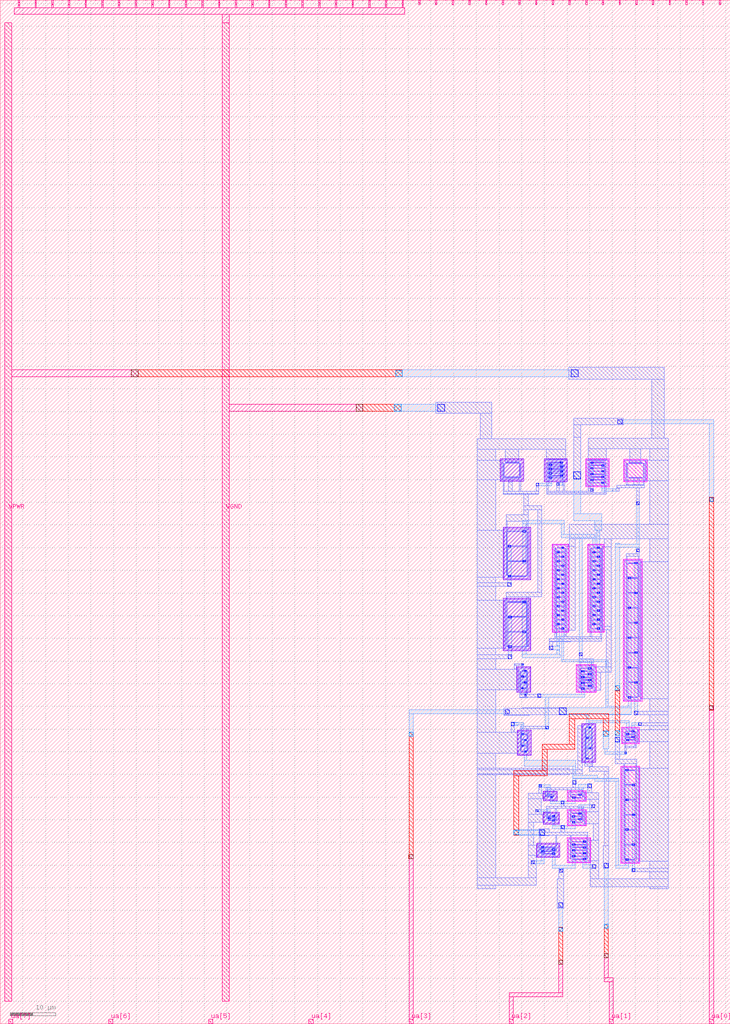
<source format=lef>
VERSION 5.7 ;
  NOWIREEXTENSIONATPIN ON ;
  DIVIDERCHAR "/" ;
  BUSBITCHARS "[]" ;
MACRO tt_um_alfiero88_CurrentTrigger
  CLASS BLOCK ;
  FOREIGN tt_um_alfiero88_CurrentTrigger ;
  ORIGIN 0.000 0.000 ;
  SIZE 161.000 BY 225.760 ;
  PIN clk
    DIRECTION INPUT ;
    USE SIGNAL ;
    PORT
      LAYER met4 ;
        RECT 154.870 224.760 155.170 225.760 ;
    END
  END clk
  PIN ena
    DIRECTION INPUT ;
    USE SIGNAL ;
    PORT
      LAYER met4 ;
        RECT 158.550 224.760 158.850 225.760 ;
    END
  END ena
  PIN rst_n
    DIRECTION INPUT ;
    USE SIGNAL ;
    PORT
      LAYER met4 ;
        RECT 151.190 224.760 151.490 225.760 ;
    END
  END rst_n
  PIN ua[0]
    DIRECTION INOUT ;
    USE SIGNAL ;
    ANTENNADIFFAREA 4.350000 ;
    PORT
      LAYER met4 ;
        RECT 156.410 0.000 157.310 1.000 ;
    END
  END ua[0]
  PIN ua[1]
    DIRECTION INOUT ;
    USE SIGNAL ;
    ANTENNAGATEAREA 6.000000 ;
    PORT
      LAYER met4 ;
        RECT 134.330 0.000 135.230 1.000 ;
    END
  END ua[1]
  PIN ua[2]
    DIRECTION INOUT ;
    USE SIGNAL ;
    ANTENNADIFFAREA 4.530000 ;
    PORT
      LAYER met4 ;
        RECT 112.250 0.000 113.150 1.000 ;
    END
  END ua[2]
  PIN ua[3]
    DIRECTION INOUT ;
    USE SIGNAL ;
    ANTENNADIFFAREA 10.312400 ;
    PORT
      LAYER met4 ;
        RECT 90.170 0.000 91.070 1.000 ;
    END
  END ua[3]
  PIN ua[4]
    DIRECTION INOUT ;
    USE SIGNAL ;
    PORT
      LAYER met4 ;
        RECT 68.090 0.000 68.990 1.000 ;
    END
  END ua[4]
  PIN ua[5]
    DIRECTION INOUT ;
    USE SIGNAL ;
    PORT
      LAYER met4 ;
        RECT 46.010 0.000 46.910 1.000 ;
    END
  END ua[5]
  PIN ua[6]
    DIRECTION INOUT ;
    USE SIGNAL ;
    PORT
      LAYER met4 ;
        RECT 23.930 0.000 24.830 1.000 ;
    END
  END ua[6]
  PIN ua[7]
    DIRECTION INOUT ;
    USE SIGNAL ;
    PORT
      LAYER met4 ;
        RECT 1.850 0.000 2.750 1.000 ;
    END
  END ua[7]
  PIN ui_in[0]
    DIRECTION INPUT ;
    USE SIGNAL ;
    PORT
      LAYER met4 ;
        RECT 147.510 224.760 147.810 225.760 ;
    END
  END ui_in[0]
  PIN ui_in[1]
    DIRECTION INPUT ;
    USE SIGNAL ;
    PORT
      LAYER met4 ;
        RECT 143.830 224.760 144.130 225.760 ;
    END
  END ui_in[1]
  PIN ui_in[2]
    DIRECTION INPUT ;
    USE SIGNAL ;
    PORT
      LAYER met4 ;
        RECT 140.150 224.760 140.450 225.760 ;
    END
  END ui_in[2]
  PIN ui_in[3]
    DIRECTION INPUT ;
    USE SIGNAL ;
    PORT
      LAYER met4 ;
        RECT 136.470 224.760 136.770 225.760 ;
    END
  END ui_in[3]
  PIN ui_in[4]
    DIRECTION INPUT ;
    USE SIGNAL ;
    PORT
      LAYER met4 ;
        RECT 132.790 224.760 133.090 225.760 ;
    END
  END ui_in[4]
  PIN ui_in[5]
    DIRECTION INPUT ;
    USE SIGNAL ;
    PORT
      LAYER met4 ;
        RECT 129.110 224.760 129.410 225.760 ;
    END
  END ui_in[5]
  PIN ui_in[6]
    DIRECTION INPUT ;
    USE SIGNAL ;
    PORT
      LAYER met4 ;
        RECT 125.430 224.760 125.730 225.760 ;
    END
  END ui_in[6]
  PIN ui_in[7]
    DIRECTION INPUT ;
    USE SIGNAL ;
    PORT
      LAYER met4 ;
        RECT 121.750 224.760 122.050 225.760 ;
    END
  END ui_in[7]
  PIN uio_in[0]
    DIRECTION INPUT ;
    USE SIGNAL ;
    PORT
      LAYER met4 ;
        RECT 118.070 224.760 118.370 225.760 ;
    END
  END uio_in[0]
  PIN uio_in[1]
    DIRECTION INPUT ;
    USE SIGNAL ;
    PORT
      LAYER met4 ;
        RECT 114.390 224.760 114.690 225.760 ;
    END
  END uio_in[1]
  PIN uio_in[2]
    DIRECTION INPUT ;
    USE SIGNAL ;
    PORT
      LAYER met4 ;
        RECT 110.710 224.760 111.010 225.760 ;
    END
  END uio_in[2]
  PIN uio_in[3]
    DIRECTION INPUT ;
    USE SIGNAL ;
    PORT
      LAYER met4 ;
        RECT 107.030 224.760 107.330 225.760 ;
    END
  END uio_in[3]
  PIN uio_in[4]
    DIRECTION INPUT ;
    USE SIGNAL ;
    PORT
      LAYER met4 ;
        RECT 103.350 224.760 103.650 225.760 ;
    END
  END uio_in[4]
  PIN uio_in[5]
    DIRECTION INPUT ;
    USE SIGNAL ;
    PORT
      LAYER met4 ;
        RECT 99.670 224.760 99.970 225.760 ;
    END
  END uio_in[5]
  PIN uio_in[6]
    DIRECTION INPUT ;
    USE SIGNAL ;
    PORT
      LAYER met4 ;
        RECT 95.990 224.760 96.290 225.760 ;
    END
  END uio_in[6]
  PIN uio_in[7]
    DIRECTION INPUT ;
    USE SIGNAL ;
    PORT
      LAYER met4 ;
        RECT 92.310 224.760 92.610 225.760 ;
    END
  END uio_in[7]
  PIN uio_oe[0]
    DIRECTION OUTPUT ;
    USE SIGNAL ;
    ANTENNADIFFAREA 41.144600 ;
    PORT
      LAYER met4 ;
        RECT 29.750 224.760 30.050 225.760 ;
    END
  END uio_oe[0]
  PIN uio_oe[1]
    DIRECTION OUTPUT ;
    USE SIGNAL ;
    ANTENNADIFFAREA 41.144600 ;
    PORT
      LAYER met4 ;
        RECT 26.070 224.760 26.370 225.760 ;
    END
  END uio_oe[1]
  PIN uio_oe[2]
    DIRECTION OUTPUT ;
    USE SIGNAL ;
    ANTENNADIFFAREA 41.144600 ;
    PORT
      LAYER met4 ;
        RECT 22.390 224.760 22.690 225.760 ;
    END
  END uio_oe[2]
  PIN uio_oe[3]
    DIRECTION OUTPUT ;
    USE SIGNAL ;
    ANTENNADIFFAREA 41.144600 ;
    PORT
      LAYER met4 ;
        RECT 18.710 224.760 19.010 225.760 ;
    END
  END uio_oe[3]
  PIN uio_oe[4]
    DIRECTION OUTPUT ;
    USE SIGNAL ;
    ANTENNADIFFAREA 41.144600 ;
    PORT
      LAYER met4 ;
        RECT 15.030 224.760 15.330 225.760 ;
    END
  END uio_oe[4]
  PIN uio_oe[5]
    DIRECTION OUTPUT ;
    USE SIGNAL ;
    ANTENNADIFFAREA 41.144600 ;
    PORT
      LAYER met4 ;
        RECT 11.350 224.760 11.650 225.760 ;
    END
  END uio_oe[5]
  PIN uio_oe[6]
    DIRECTION OUTPUT ;
    USE SIGNAL ;
    ANTENNADIFFAREA 41.144600 ;
    PORT
      LAYER met4 ;
        RECT 7.670 224.760 7.970 225.760 ;
    END
  END uio_oe[6]
  PIN uio_oe[7]
    DIRECTION OUTPUT ;
    USE SIGNAL ;
    ANTENNADIFFAREA 41.144600 ;
    PORT
      LAYER met4 ;
        RECT 3.990 224.760 4.290 225.760 ;
    END
  END uio_oe[7]
  PIN uio_out[0]
    DIRECTION OUTPUT ;
    USE SIGNAL ;
    ANTENNADIFFAREA 41.144600 ;
    PORT
      LAYER met4 ;
        RECT 59.190 224.760 59.490 225.760 ;
    END
  END uio_out[0]
  PIN uio_out[1]
    DIRECTION OUTPUT ;
    USE SIGNAL ;
    ANTENNADIFFAREA 41.144600 ;
    PORT
      LAYER met4 ;
        RECT 55.510 224.760 55.810 225.760 ;
    END
  END uio_out[1]
  PIN uio_out[2]
    DIRECTION OUTPUT ;
    USE SIGNAL ;
    ANTENNADIFFAREA 41.144600 ;
    PORT
      LAYER met4 ;
        RECT 51.830 224.760 52.130 225.760 ;
    END
  END uio_out[2]
  PIN uio_out[3]
    DIRECTION OUTPUT ;
    USE SIGNAL ;
    ANTENNADIFFAREA 41.144600 ;
    PORT
      LAYER met4 ;
        RECT 48.150 224.760 48.450 225.760 ;
    END
  END uio_out[3]
  PIN uio_out[4]
    DIRECTION OUTPUT ;
    USE SIGNAL ;
    ANTENNADIFFAREA 41.144600 ;
    PORT
      LAYER met4 ;
        RECT 44.470 224.760 44.770 225.760 ;
    END
  END uio_out[4]
  PIN uio_out[5]
    DIRECTION OUTPUT ;
    USE SIGNAL ;
    ANTENNADIFFAREA 41.144600 ;
    PORT
      LAYER met4 ;
        RECT 40.790 224.760 41.090 225.760 ;
    END
  END uio_out[5]
  PIN uio_out[6]
    DIRECTION OUTPUT ;
    USE SIGNAL ;
    ANTENNADIFFAREA 41.144600 ;
    PORT
      LAYER met4 ;
        RECT 37.110 224.760 37.410 225.760 ;
    END
  END uio_out[6]
  PIN uio_out[7]
    DIRECTION OUTPUT ;
    USE SIGNAL ;
    ANTENNADIFFAREA 41.144600 ;
    PORT
      LAYER met4 ;
        RECT 33.430 224.760 33.730 225.760 ;
    END
  END uio_out[7]
  PIN uo_out[0]
    DIRECTION OUTPUT ;
    USE SIGNAL ;
    ANTENNADIFFAREA 41.144600 ;
    PORT
      LAYER met4 ;
        RECT 88.630 224.760 88.930 225.760 ;
    END
  END uo_out[0]
  PIN uo_out[1]
    DIRECTION OUTPUT ;
    USE SIGNAL ;
    ANTENNADIFFAREA 41.144600 ;
    PORT
      LAYER met4 ;
        RECT 84.950 224.760 85.250 225.760 ;
    END
  END uo_out[1]
  PIN uo_out[2]
    DIRECTION OUTPUT ;
    USE SIGNAL ;
    ANTENNADIFFAREA 41.144600 ;
    PORT
      LAYER met4 ;
        RECT 81.270 224.760 81.570 225.760 ;
    END
  END uo_out[2]
  PIN uo_out[3]
    DIRECTION OUTPUT ;
    USE SIGNAL ;
    ANTENNADIFFAREA 41.144600 ;
    PORT
      LAYER met4 ;
        RECT 77.590 224.760 77.890 225.760 ;
    END
  END uo_out[3]
  PIN uo_out[4]
    DIRECTION OUTPUT ;
    USE SIGNAL ;
    ANTENNADIFFAREA 41.144600 ;
    PORT
      LAYER met4 ;
        RECT 73.910 224.760 74.210 225.760 ;
    END
  END uo_out[4]
  PIN uo_out[5]
    DIRECTION OUTPUT ;
    USE SIGNAL ;
    ANTENNADIFFAREA 41.144600 ;
    PORT
      LAYER met4 ;
        RECT 70.230 224.760 70.530 225.760 ;
    END
  END uo_out[5]
  PIN uo_out[6]
    DIRECTION OUTPUT ;
    USE SIGNAL ;
    ANTENNADIFFAREA 41.144600 ;
    PORT
      LAYER met4 ;
        RECT 66.550 224.760 66.850 225.760 ;
    END
  END uo_out[6]
  PIN uo_out[7]
    DIRECTION OUTPUT ;
    USE SIGNAL ;
    ANTENNADIFFAREA 41.144600 ;
    PORT
      LAYER met4 ;
        RECT 62.870 224.760 63.170 225.760 ;
    END
  END uo_out[7]
  PIN VPWR
    DIRECTION INOUT ;
    USE POWER ;
    PORT
      LAYER met4 ;
        RECT 1.000 5.000 2.500 220.760 ;
    END
  END VPWR
  PIN VGND
    DIRECTION INOUT ;
    USE GROUND ;
    PORT
      LAYER met4 ;
        RECT 49.000 5.000 50.500 220.760 ;
    END
  END VGND
  OBS
      LAYER pwell ;
        RECT 110.310 119.660 115.410 124.620 ;
        RECT 119.970 119.590 125.070 124.620 ;
      LAYER nwell ;
        RECT 129.100 118.470 134.290 124.620 ;
        RECT 137.490 119.550 142.680 124.510 ;
      LAYER pwell ;
        RECT 110.890 97.910 116.990 109.450 ;
        RECT 110.950 82.310 117.050 93.850 ;
      LAYER nwell ;
        RECT 121.720 86.310 125.410 105.800 ;
        RECT 129.550 86.310 133.240 105.800 ;
      LAYER pwell ;
        RECT 113.940 73.160 117.040 78.700 ;
      LAYER nwell ;
        RECT 127.080 73.060 131.410 79.210 ;
        RECT 137.390 71.150 141.580 102.430 ;
      LAYER pwell ;
        RECT 113.970 59.190 117.070 64.730 ;
        RECT 128.210 57.640 131.310 66.180 ;
      LAYER nwell ;
        RECT 137.040 61.760 140.900 65.350 ;
      LAYER pwell ;
        RECT 119.740 49.200 122.840 51.310 ;
      LAYER nwell ;
        RECT 125.070 49.050 129.260 51.360 ;
      LAYER pwell ;
        RECT 119.740 44.000 123.340 46.630 ;
      LAYER nwell ;
        RECT 125.070 43.630 129.260 47.220 ;
      LAYER pwell ;
        RECT 118.300 36.690 123.400 39.800 ;
      LAYER nwell ;
        RECT 125.070 35.490 130.260 41.000 ;
        RECT 136.840 35.380 141.030 56.790 ;
      LAYER li1 ;
        RECT 120.600 124.440 124.450 124.490 ;
        RECT 129.740 124.440 133.640 124.470 ;
        RECT 110.490 124.270 115.230 124.440 ;
        RECT 110.490 123.990 110.660 124.270 ;
        RECT 110.450 120.300 110.660 123.990 ;
        RECT 111.340 123.700 114.380 123.870 ;
        RECT 111.000 120.640 111.170 123.640 ;
        RECT 114.550 120.640 114.720 123.640 ;
        RECT 111.340 120.410 114.380 120.580 ;
        RECT 110.490 120.010 110.660 120.300 ;
        RECT 115.060 120.010 115.230 124.270 ;
        RECT 110.490 119.840 115.230 120.010 ;
        RECT 120.150 124.270 124.890 124.440 ;
        RECT 120.150 119.940 120.320 124.270 ;
        RECT 120.660 123.380 120.830 123.710 ;
        RECT 121.000 123.700 124.040 123.870 ;
        RECT 121.000 123.220 124.040 123.390 ;
        RECT 120.660 122.420 120.830 122.750 ;
        RECT 121.000 122.740 124.040 122.910 ;
        RECT 124.210 122.900 124.380 123.230 ;
        RECT 121.000 122.260 124.040 122.430 ;
        RECT 120.660 121.460 120.830 121.790 ;
        RECT 121.000 121.780 124.040 121.950 ;
        RECT 124.210 121.940 124.380 122.270 ;
        RECT 121.000 121.300 124.040 121.470 ;
        RECT 120.660 120.500 120.830 120.830 ;
        RECT 121.000 120.820 124.040 120.990 ;
        RECT 124.210 120.980 124.380 121.310 ;
        RECT 121.000 120.340 124.040 120.510 ;
        RECT 124.720 119.940 124.890 124.270 ;
        RECT 120.150 119.770 124.890 119.940 ;
        RECT 129.280 124.270 134.110 124.440 ;
        RECT 129.280 118.820 129.450 124.270 ;
        RECT 130.175 123.700 133.215 123.870 ;
        RECT 129.790 123.290 129.960 123.640 ;
        RECT 133.430 123.290 133.600 123.640 ;
        RECT 130.175 123.060 133.215 123.230 ;
        RECT 129.790 122.650 129.960 123.000 ;
        RECT 133.430 122.650 133.600 123.000 ;
        RECT 130.175 122.420 133.215 122.590 ;
        RECT 129.790 122.010 129.960 122.360 ;
        RECT 133.430 122.010 133.600 122.360 ;
        RECT 130.175 121.780 133.215 121.950 ;
        RECT 129.790 121.370 129.960 121.720 ;
        RECT 133.430 121.370 133.600 121.720 ;
        RECT 130.175 121.140 133.215 121.310 ;
        RECT 129.790 120.730 129.960 121.080 ;
        RECT 133.430 120.730 133.600 121.080 ;
        RECT 130.175 120.500 133.215 120.670 ;
        RECT 129.790 120.090 129.960 120.440 ;
        RECT 133.430 120.090 133.600 120.440 ;
        RECT 130.175 119.860 133.215 120.030 ;
        RECT 129.790 119.450 129.960 119.800 ;
        RECT 133.430 119.450 133.600 119.800 ;
        RECT 130.175 119.220 133.215 119.390 ;
        RECT 133.940 118.820 134.110 124.270 ;
        RECT 137.670 124.160 142.500 124.330 ;
        RECT 137.670 119.900 137.840 124.160 ;
        RECT 142.330 123.870 142.500 124.160 ;
        RECT 138.565 123.590 141.605 123.760 ;
        RECT 138.180 120.530 138.350 123.530 ;
        RECT 141.820 120.530 141.990 123.530 ;
        RECT 138.565 120.300 141.605 120.470 ;
        RECT 142.330 120.190 142.530 123.870 ;
        RECT 142.330 119.900 142.500 120.190 ;
        RECT 137.670 119.730 142.500 119.900 ;
        RECT 129.280 118.650 134.110 118.820 ;
        RECT 111.070 109.100 116.810 109.270 ;
        RECT 111.070 108.820 111.240 109.100 ;
        RECT 111.000 98.540 111.240 108.820 ;
        RECT 111.920 108.530 115.960 108.700 ;
        RECT 111.580 105.470 111.750 108.470 ;
        RECT 116.130 105.470 116.300 108.470 ;
        RECT 111.920 105.240 115.960 105.410 ;
        RECT 111.580 102.180 111.750 105.180 ;
        RECT 116.130 102.180 116.300 105.180 ;
        RECT 111.920 101.950 115.960 102.120 ;
        RECT 111.580 98.890 111.750 101.890 ;
        RECT 116.130 98.890 116.300 101.890 ;
        RECT 111.920 98.660 115.960 98.830 ;
        RECT 111.070 98.260 111.240 98.540 ;
        RECT 116.640 98.260 116.810 109.100 ;
        RECT 111.070 98.090 116.810 98.260 ;
        RECT 121.900 105.450 125.230 105.620 ;
        RECT 111.130 93.500 116.870 93.670 ;
        RECT 111.130 93.210 111.300 93.500 ;
        RECT 111.060 82.950 111.300 93.210 ;
        RECT 111.980 92.930 116.020 93.100 ;
        RECT 111.640 89.870 111.810 92.870 ;
        RECT 116.190 89.870 116.360 92.870 ;
        RECT 111.980 89.640 116.020 89.810 ;
        RECT 111.640 86.580 111.810 89.580 ;
        RECT 116.190 86.580 116.360 89.580 ;
        RECT 111.980 86.350 116.020 86.520 ;
        RECT 111.640 83.290 111.810 86.290 ;
        RECT 116.190 83.290 116.360 86.290 ;
        RECT 111.980 83.060 116.020 83.230 ;
        RECT 111.130 82.660 111.300 82.950 ;
        RECT 116.700 82.660 116.870 93.500 ;
        RECT 121.900 86.660 122.070 105.450 ;
        RECT 125.060 105.190 125.230 105.450 ;
        RECT 129.730 105.450 133.060 105.620 ;
        RECT 122.795 104.880 124.335 105.050 ;
        RECT 122.410 104.120 122.580 104.820 ;
        RECT 124.550 104.120 124.720 104.820 ;
        RECT 122.795 103.890 124.335 104.060 ;
        RECT 122.410 103.130 122.580 103.830 ;
        RECT 124.550 103.130 124.720 103.830 ;
        RECT 122.795 102.900 124.335 103.070 ;
        RECT 122.410 102.140 122.580 102.840 ;
        RECT 124.550 102.140 124.720 102.840 ;
        RECT 122.795 101.910 124.335 102.080 ;
        RECT 122.410 101.150 122.580 101.850 ;
        RECT 124.550 101.150 124.720 101.850 ;
        RECT 122.795 100.920 124.335 101.090 ;
        RECT 122.410 100.160 122.580 100.860 ;
        RECT 124.550 100.160 124.720 100.860 ;
        RECT 122.795 99.930 124.335 100.100 ;
        RECT 122.410 99.170 122.580 99.870 ;
        RECT 124.550 99.170 124.720 99.870 ;
        RECT 122.795 98.940 124.335 99.110 ;
        RECT 122.410 98.180 122.580 98.880 ;
        RECT 124.550 98.180 124.720 98.880 ;
        RECT 122.795 97.950 124.335 98.120 ;
        RECT 122.410 97.190 122.580 97.890 ;
        RECT 124.550 97.190 124.720 97.890 ;
        RECT 122.795 96.960 124.335 97.130 ;
        RECT 122.410 96.200 122.580 96.900 ;
        RECT 124.550 96.200 124.720 96.900 ;
        RECT 122.795 95.970 124.335 96.140 ;
        RECT 122.410 95.210 122.580 95.910 ;
        RECT 124.550 95.210 124.720 95.910 ;
        RECT 122.795 94.980 124.335 95.150 ;
        RECT 122.410 94.220 122.580 94.920 ;
        RECT 124.550 94.220 124.720 94.920 ;
        RECT 122.795 93.990 124.335 94.160 ;
        RECT 122.410 93.230 122.580 93.930 ;
        RECT 124.550 93.230 124.720 93.930 ;
        RECT 122.795 93.000 124.335 93.170 ;
        RECT 122.410 92.240 122.580 92.940 ;
        RECT 124.550 92.240 124.720 92.940 ;
        RECT 122.795 92.010 124.335 92.180 ;
        RECT 122.410 91.250 122.580 91.950 ;
        RECT 124.550 91.250 124.720 91.950 ;
        RECT 122.795 91.020 124.335 91.190 ;
        RECT 122.410 90.260 122.580 90.960 ;
        RECT 124.550 90.260 124.720 90.960 ;
        RECT 122.795 90.030 124.335 90.200 ;
        RECT 122.410 89.270 122.580 89.970 ;
        RECT 124.550 89.270 124.720 89.970 ;
        RECT 122.795 89.040 124.335 89.210 ;
        RECT 122.410 88.280 122.580 88.980 ;
        RECT 124.550 88.280 124.720 88.980 ;
        RECT 122.795 88.050 124.335 88.220 ;
        RECT 122.410 87.290 122.580 87.990 ;
        RECT 124.550 87.290 124.720 87.990 ;
        RECT 122.795 87.060 124.335 87.230 ;
        RECT 125.060 86.920 125.470 105.190 ;
        RECT 125.060 86.660 125.230 86.920 ;
        RECT 121.900 86.490 125.230 86.660 ;
        RECT 129.730 86.660 129.900 105.450 ;
        RECT 132.890 105.050 133.060 105.450 ;
        RECT 130.625 104.880 132.165 105.050 ;
        RECT 130.240 104.120 130.410 104.820 ;
        RECT 132.380 104.120 132.550 104.820 ;
        RECT 130.625 103.890 132.165 104.060 ;
        RECT 130.240 103.130 130.410 103.830 ;
        RECT 132.380 103.130 132.550 103.830 ;
        RECT 130.625 102.900 132.165 103.070 ;
        RECT 130.240 102.140 130.410 102.840 ;
        RECT 132.380 102.140 132.550 102.840 ;
        RECT 130.625 101.910 132.165 102.080 ;
        RECT 130.240 101.150 130.410 101.850 ;
        RECT 132.380 101.150 132.550 101.850 ;
        RECT 130.625 100.920 132.165 101.090 ;
        RECT 130.240 100.160 130.410 100.860 ;
        RECT 132.380 100.160 132.550 100.860 ;
        RECT 130.625 99.930 132.165 100.100 ;
        RECT 130.240 99.170 130.410 99.870 ;
        RECT 132.380 99.170 132.550 99.870 ;
        RECT 130.625 98.940 132.165 99.110 ;
        RECT 130.240 98.180 130.410 98.880 ;
        RECT 132.380 98.180 132.550 98.880 ;
        RECT 130.625 97.950 132.165 98.120 ;
        RECT 130.240 97.190 130.410 97.890 ;
        RECT 132.380 97.190 132.550 97.890 ;
        RECT 130.625 96.960 132.165 97.130 ;
        RECT 130.240 96.200 130.410 96.900 ;
        RECT 132.380 96.200 132.550 96.900 ;
        RECT 130.625 95.970 132.165 96.140 ;
        RECT 130.240 95.210 130.410 95.910 ;
        RECT 132.380 95.210 132.550 95.910 ;
        RECT 130.625 94.980 132.165 95.150 ;
        RECT 130.240 94.220 130.410 94.920 ;
        RECT 132.380 94.220 132.550 94.920 ;
        RECT 130.625 93.990 132.165 94.160 ;
        RECT 130.240 93.230 130.410 93.930 ;
        RECT 132.380 93.230 132.550 93.930 ;
        RECT 130.625 93.000 132.165 93.170 ;
        RECT 130.240 92.240 130.410 92.940 ;
        RECT 132.380 92.240 132.550 92.940 ;
        RECT 130.625 92.010 132.165 92.180 ;
        RECT 130.240 91.250 130.410 91.950 ;
        RECT 132.380 91.250 132.550 91.950 ;
        RECT 130.625 91.020 132.165 91.190 ;
        RECT 130.240 90.260 130.410 90.960 ;
        RECT 132.380 90.260 132.550 90.960 ;
        RECT 130.625 90.030 132.165 90.200 ;
        RECT 130.240 89.270 130.410 89.970 ;
        RECT 132.380 89.270 132.550 89.970 ;
        RECT 130.625 89.040 132.165 89.210 ;
        RECT 130.240 88.280 130.410 88.980 ;
        RECT 132.380 88.280 132.550 88.980 ;
        RECT 130.625 88.050 132.165 88.220 ;
        RECT 130.240 87.290 130.410 87.990 ;
        RECT 132.380 87.290 132.550 87.990 ;
        RECT 130.625 87.060 132.165 87.230 ;
        RECT 132.880 86.950 133.180 105.050 ;
        RECT 137.570 102.080 141.400 102.250 ;
        RECT 132.890 86.660 133.060 86.950 ;
        RECT 129.730 86.490 133.060 86.660 ;
        RECT 111.130 82.490 116.870 82.660 ;
        RECT 127.260 78.860 131.230 79.030 ;
        RECT 114.120 78.350 116.860 78.520 ;
        RECT 114.120 78.080 114.290 78.350 ;
        RECT 114.060 73.780 114.290 78.080 ;
        RECT 114.970 77.780 116.010 77.950 ;
        RECT 114.630 76.720 114.800 77.720 ;
        RECT 116.180 76.720 116.350 77.720 ;
        RECT 114.970 76.490 116.010 76.660 ;
        RECT 114.630 75.430 114.800 76.430 ;
        RECT 116.180 75.430 116.350 76.430 ;
        RECT 114.970 75.200 116.010 75.370 ;
        RECT 114.630 74.140 114.800 75.140 ;
        RECT 116.180 74.140 116.350 75.140 ;
        RECT 114.970 73.910 116.010 74.080 ;
        RECT 114.120 73.510 114.290 73.780 ;
        RECT 116.690 73.510 116.860 78.350 ;
        RECT 114.120 73.340 116.860 73.510 ;
        RECT 127.260 73.410 127.430 78.860 ;
        RECT 131.060 78.610 131.230 78.860 ;
        RECT 128.155 78.290 130.335 78.460 ;
        RECT 127.770 77.880 127.940 78.230 ;
        RECT 130.550 77.880 130.720 78.230 ;
        RECT 128.155 77.650 130.335 77.820 ;
        RECT 127.770 77.240 127.940 77.590 ;
        RECT 130.550 77.240 130.720 77.590 ;
        RECT 128.155 77.010 130.335 77.180 ;
        RECT 127.770 76.600 127.940 76.950 ;
        RECT 130.550 76.600 130.720 76.950 ;
        RECT 128.155 76.370 130.335 76.540 ;
        RECT 127.770 75.960 127.940 76.310 ;
        RECT 130.550 75.960 130.720 76.310 ;
        RECT 128.155 75.730 130.335 75.900 ;
        RECT 127.770 75.320 127.940 75.670 ;
        RECT 130.550 75.320 130.720 75.670 ;
        RECT 128.155 75.090 130.335 75.260 ;
        RECT 127.770 74.680 127.940 75.030 ;
        RECT 130.550 74.680 130.720 75.030 ;
        RECT 128.155 74.450 130.335 74.620 ;
        RECT 127.770 74.040 127.940 74.390 ;
        RECT 130.550 74.040 130.720 74.390 ;
        RECT 128.155 73.810 130.335 73.980 ;
        RECT 131.060 73.660 131.320 78.610 ;
        RECT 131.060 73.410 131.230 73.660 ;
        RECT 127.260 73.240 131.230 73.410 ;
        RECT 137.570 71.500 137.740 102.080 ;
        RECT 141.230 101.800 141.400 102.080 ;
        RECT 138.465 101.510 140.505 101.680 ;
        RECT 138.080 98.450 138.250 101.450 ;
        RECT 140.720 98.450 140.890 101.450 ;
        RECT 138.465 98.220 140.505 98.390 ;
        RECT 138.080 95.160 138.250 98.160 ;
        RECT 140.720 95.160 140.890 98.160 ;
        RECT 138.465 94.930 140.505 95.100 ;
        RECT 138.080 91.870 138.250 94.870 ;
        RECT 140.720 91.870 140.890 94.870 ;
        RECT 138.465 91.640 140.505 91.810 ;
        RECT 138.080 88.580 138.250 91.580 ;
        RECT 140.720 88.580 140.890 91.580 ;
        RECT 138.465 88.350 140.505 88.520 ;
        RECT 138.080 85.290 138.250 88.290 ;
        RECT 140.720 85.290 140.890 88.290 ;
        RECT 138.465 85.060 140.505 85.230 ;
        RECT 138.080 82.000 138.250 85.000 ;
        RECT 140.720 82.000 140.890 85.000 ;
        RECT 138.465 81.770 140.505 81.940 ;
        RECT 138.080 78.710 138.250 81.710 ;
        RECT 140.720 78.710 140.890 81.710 ;
        RECT 138.465 78.480 140.505 78.650 ;
        RECT 138.080 75.420 138.250 78.420 ;
        RECT 140.720 75.420 140.890 78.420 ;
        RECT 138.465 75.190 140.505 75.360 ;
        RECT 138.080 72.130 138.250 75.130 ;
        RECT 140.720 72.130 140.890 75.130 ;
        RECT 138.465 71.900 140.505 72.070 ;
        RECT 141.230 71.760 141.470 101.800 ;
        RECT 141.230 71.500 141.400 71.760 ;
        RECT 137.570 71.330 141.400 71.500 ;
        RECT 128.390 65.830 131.130 66.000 ;
        RECT 128.390 65.580 128.560 65.830 ;
        RECT 114.150 64.380 116.890 64.550 ;
        RECT 114.150 64.130 114.320 64.380 ;
        RECT 114.000 59.790 114.320 64.130 ;
        RECT 115.000 63.810 116.040 63.980 ;
        RECT 114.660 62.750 114.830 63.750 ;
        RECT 116.210 62.750 116.380 63.750 ;
        RECT 115.000 62.520 116.040 62.690 ;
        RECT 114.660 61.460 114.830 62.460 ;
        RECT 116.210 61.460 116.380 62.460 ;
        RECT 115.000 61.230 116.040 61.400 ;
        RECT 114.660 60.170 114.830 61.170 ;
        RECT 116.210 60.170 116.380 61.170 ;
        RECT 115.000 59.940 116.040 60.110 ;
        RECT 114.150 59.540 114.320 59.790 ;
        RECT 116.720 59.540 116.890 64.380 ;
        RECT 114.150 59.370 116.890 59.540 ;
        RECT 128.320 58.220 128.560 65.580 ;
        RECT 129.240 65.260 130.280 65.430 ;
        RECT 128.900 63.200 129.070 65.200 ;
        RECT 130.450 63.200 130.620 65.200 ;
        RECT 129.240 62.970 130.280 63.140 ;
        RECT 128.900 60.910 129.070 62.910 ;
        RECT 130.450 60.910 130.620 62.910 ;
        RECT 129.240 60.680 130.280 60.850 ;
        RECT 128.900 58.620 129.070 60.620 ;
        RECT 130.450 58.620 130.620 60.620 ;
        RECT 129.240 58.390 130.280 58.560 ;
        RECT 128.390 57.990 128.560 58.220 ;
        RECT 130.960 57.990 131.130 65.830 ;
        RECT 137.220 65.000 140.720 65.170 ;
        RECT 137.220 62.110 137.390 65.000 ;
        RECT 140.550 64.740 140.720 65.000 ;
        RECT 138.115 64.430 139.825 64.600 ;
        RECT 137.730 64.020 137.900 64.370 ;
        RECT 140.040 64.020 140.210 64.370 ;
        RECT 138.115 63.790 139.825 63.960 ;
        RECT 137.730 63.380 137.900 63.730 ;
        RECT 140.040 63.380 140.210 63.730 ;
        RECT 138.115 63.150 139.825 63.320 ;
        RECT 137.730 62.740 137.900 63.090 ;
        RECT 140.040 62.740 140.210 63.090 ;
        RECT 138.115 62.510 139.825 62.680 ;
        RECT 140.550 62.370 140.800 64.740 ;
        RECT 140.550 62.110 140.720 62.370 ;
        RECT 137.220 61.940 140.720 62.110 ;
        RECT 128.390 57.820 131.130 57.990 ;
        RECT 137.020 56.440 140.850 56.610 ;
        RECT 119.920 50.960 122.660 51.130 ;
        RECT 119.920 50.730 120.090 50.960 ;
        RECT 119.690 49.780 120.090 50.730 ;
        RECT 120.430 50.090 120.600 50.420 ;
        RECT 120.770 50.390 121.810 50.560 ;
        RECT 120.770 49.950 121.810 50.120 ;
        RECT 121.980 50.090 122.150 50.420 ;
        RECT 119.920 49.550 120.090 49.780 ;
        RECT 122.490 49.550 122.660 50.960 ;
        RECT 119.920 49.380 122.660 49.550 ;
        RECT 125.250 51.010 129.080 51.180 ;
        RECT 125.250 49.400 125.420 51.010 ;
        RECT 128.910 50.770 129.080 51.010 ;
        RECT 126.145 50.440 128.185 50.610 ;
        RECT 125.760 50.030 125.930 50.380 ;
        RECT 128.400 50.030 128.570 50.380 ;
        RECT 126.145 49.800 128.185 49.970 ;
        RECT 128.910 49.660 129.180 50.770 ;
        RECT 128.910 49.400 129.080 49.660 ;
        RECT 125.250 49.230 129.080 49.400 ;
        RECT 125.250 46.870 129.080 47.040 ;
        RECT 119.920 46.280 123.160 46.450 ;
        RECT 119.920 46.040 120.090 46.280 ;
        RECT 119.670 44.590 120.090 46.040 ;
        RECT 120.430 45.390 120.600 45.720 ;
        RECT 120.770 45.710 122.310 45.880 ;
        RECT 120.770 45.230 122.310 45.400 ;
        RECT 120.770 44.750 122.310 44.920 ;
        RECT 122.480 44.910 122.650 45.240 ;
        RECT 119.920 44.350 120.090 44.590 ;
        RECT 122.990 44.350 123.160 46.280 ;
        RECT 119.920 44.180 123.160 44.350 ;
        RECT 125.250 43.980 125.420 46.870 ;
        RECT 128.910 46.620 129.080 46.870 ;
        RECT 126.145 46.300 128.185 46.470 ;
        RECT 125.760 45.890 125.930 46.240 ;
        RECT 128.400 45.890 128.570 46.240 ;
        RECT 126.145 45.660 128.185 45.830 ;
        RECT 125.760 45.250 125.930 45.600 ;
        RECT 128.400 45.250 128.570 45.600 ;
        RECT 126.145 45.020 128.185 45.190 ;
        RECT 125.760 44.610 125.930 44.960 ;
        RECT 128.400 44.610 128.570 44.960 ;
        RECT 126.145 44.380 128.185 44.550 ;
        RECT 128.910 44.220 129.150 46.620 ;
        RECT 128.910 43.980 129.080 44.220 ;
        RECT 125.250 43.810 129.080 43.980 ;
        RECT 125.250 40.650 130.080 40.820 ;
        RECT 118.480 39.450 123.220 39.620 ;
        RECT 118.480 39.190 118.650 39.450 ;
        RECT 118.160 37.290 118.650 39.190 ;
        RECT 118.990 38.560 119.160 38.890 ;
        RECT 119.330 38.880 122.370 39.050 ;
        RECT 119.330 38.400 122.370 38.570 ;
        RECT 118.990 37.600 119.160 37.930 ;
        RECT 119.330 37.920 122.370 38.090 ;
        RECT 122.540 38.080 122.710 38.410 ;
        RECT 119.330 37.440 122.370 37.610 ;
        RECT 118.480 37.040 118.650 37.290 ;
        RECT 123.050 37.040 123.220 39.450 ;
        RECT 118.480 36.870 123.220 37.040 ;
        RECT 125.250 35.840 125.420 40.650 ;
        RECT 129.910 40.390 130.080 40.650 ;
        RECT 126.145 40.080 129.185 40.250 ;
        RECT 125.760 39.670 125.930 40.020 ;
        RECT 129.400 39.670 129.570 40.020 ;
        RECT 126.145 39.440 129.185 39.610 ;
        RECT 125.760 39.030 125.930 39.380 ;
        RECT 129.400 39.030 129.570 39.380 ;
        RECT 126.145 38.800 129.185 38.970 ;
        RECT 125.760 38.390 125.930 38.740 ;
        RECT 129.400 38.390 129.570 38.740 ;
        RECT 126.145 38.160 129.185 38.330 ;
        RECT 125.760 37.750 125.930 38.100 ;
        RECT 129.400 37.750 129.570 38.100 ;
        RECT 126.145 37.520 129.185 37.690 ;
        RECT 125.760 37.110 125.930 37.460 ;
        RECT 129.400 37.110 129.570 37.460 ;
        RECT 126.145 36.880 129.185 37.050 ;
        RECT 125.760 36.470 125.930 36.820 ;
        RECT 129.400 36.470 129.570 36.820 ;
        RECT 126.145 36.240 129.185 36.410 ;
        RECT 129.910 36.110 130.140 40.390 ;
        RECT 129.910 35.840 130.080 36.110 ;
        RECT 125.250 35.670 130.080 35.840 ;
        RECT 137.020 35.730 137.190 56.440 ;
        RECT 140.680 56.170 140.850 56.440 ;
        RECT 137.915 55.870 139.955 56.040 ;
        RECT 137.530 52.810 137.700 55.810 ;
        RECT 140.170 52.810 140.340 55.810 ;
        RECT 137.915 52.580 139.955 52.750 ;
        RECT 137.530 49.520 137.700 52.520 ;
        RECT 140.170 49.520 140.340 52.520 ;
        RECT 137.915 49.290 139.955 49.460 ;
        RECT 137.530 46.230 137.700 49.230 ;
        RECT 140.170 46.230 140.340 49.230 ;
        RECT 137.915 46.000 139.955 46.170 ;
        RECT 137.530 42.940 137.700 45.940 ;
        RECT 140.170 42.940 140.340 45.940 ;
        RECT 137.915 42.710 139.955 42.880 ;
        RECT 137.530 39.650 137.700 42.650 ;
        RECT 140.170 39.650 140.340 42.650 ;
        RECT 137.915 39.420 139.955 39.590 ;
        RECT 137.530 36.360 137.700 39.360 ;
        RECT 140.170 36.360 140.340 39.360 ;
        RECT 137.915 36.130 139.955 36.300 ;
        RECT 140.680 35.990 140.930 56.170 ;
        RECT 140.680 35.730 140.850 35.990 ;
        RECT 137.020 35.560 140.850 35.730 ;
      LAYER mcon ;
        RECT 111.420 123.700 114.300 123.870 ;
        RECT 111.000 120.720 111.170 123.560 ;
        RECT 114.550 120.720 114.720 123.560 ;
        RECT 111.420 120.410 114.300 120.580 ;
        RECT 120.600 124.270 124.450 124.490 ;
        RECT 121.080 123.700 123.960 123.870 ;
        RECT 120.660 123.460 120.830 123.630 ;
        RECT 121.080 123.220 123.960 123.390 ;
        RECT 124.210 122.980 124.380 123.150 ;
        RECT 121.080 122.740 123.960 122.910 ;
        RECT 120.660 122.500 120.830 122.670 ;
        RECT 121.080 122.260 123.960 122.430 ;
        RECT 124.210 122.020 124.380 122.190 ;
        RECT 121.080 121.780 123.960 121.950 ;
        RECT 120.660 121.540 120.830 121.710 ;
        RECT 121.080 121.300 123.960 121.470 ;
        RECT 124.210 121.060 124.380 121.230 ;
        RECT 121.080 120.820 123.960 120.990 ;
        RECT 120.660 120.580 120.830 120.750 ;
        RECT 121.080 120.340 123.960 120.510 ;
        RECT 129.740 124.270 133.640 124.470 ;
        RECT 130.255 123.700 133.135 123.870 ;
        RECT 129.790 123.370 129.960 123.560 ;
        RECT 133.430 123.370 133.600 123.560 ;
        RECT 130.255 123.060 133.135 123.230 ;
        RECT 129.790 122.730 129.960 122.920 ;
        RECT 133.430 122.730 133.600 122.920 ;
        RECT 130.255 122.420 133.135 122.590 ;
        RECT 129.790 122.090 129.960 122.280 ;
        RECT 133.430 122.090 133.600 122.280 ;
        RECT 130.255 121.780 133.135 121.950 ;
        RECT 129.790 121.450 129.960 121.640 ;
        RECT 133.430 121.450 133.600 121.640 ;
        RECT 130.255 121.140 133.135 121.310 ;
        RECT 129.790 120.810 129.960 121.000 ;
        RECT 133.430 120.810 133.600 121.000 ;
        RECT 130.255 120.500 133.135 120.670 ;
        RECT 129.790 120.170 129.960 120.360 ;
        RECT 133.430 120.170 133.600 120.360 ;
        RECT 130.255 119.860 133.135 120.030 ;
        RECT 129.790 119.530 129.960 119.720 ;
        RECT 133.430 119.530 133.600 119.720 ;
        RECT 130.255 119.220 133.135 119.390 ;
        RECT 138.645 123.590 141.525 123.760 ;
        RECT 138.180 120.610 138.350 123.450 ;
        RECT 141.820 120.610 141.990 123.450 ;
        RECT 138.645 120.300 141.525 120.470 ;
        RECT 112.000 108.530 115.880 108.700 ;
        RECT 111.580 105.550 111.750 108.390 ;
        RECT 116.130 105.550 116.300 108.390 ;
        RECT 112.000 105.240 115.880 105.410 ;
        RECT 111.580 102.260 111.750 105.100 ;
        RECT 116.130 102.260 116.300 105.100 ;
        RECT 112.000 101.950 115.880 102.120 ;
        RECT 111.580 98.970 111.750 101.810 ;
        RECT 116.130 98.970 116.300 101.810 ;
        RECT 112.000 98.660 115.880 98.830 ;
        RECT 112.060 92.930 115.940 93.100 ;
        RECT 111.640 89.950 111.810 92.790 ;
        RECT 116.190 89.950 116.360 92.790 ;
        RECT 112.060 89.640 115.940 89.810 ;
        RECT 111.640 86.660 111.810 89.500 ;
        RECT 116.190 86.660 116.360 89.500 ;
        RECT 112.060 86.350 115.940 86.520 ;
        RECT 111.640 83.370 111.810 86.210 ;
        RECT 116.190 83.370 116.360 86.210 ;
        RECT 112.060 83.060 115.940 83.230 ;
        RECT 122.875 104.880 124.255 105.050 ;
        RECT 122.410 104.200 122.580 104.740 ;
        RECT 124.550 104.200 124.720 104.740 ;
        RECT 122.875 103.890 124.255 104.060 ;
        RECT 122.410 103.210 122.580 103.750 ;
        RECT 124.550 103.210 124.720 103.750 ;
        RECT 122.875 102.900 124.255 103.070 ;
        RECT 122.410 102.220 122.580 102.760 ;
        RECT 124.550 102.220 124.720 102.760 ;
        RECT 122.875 101.910 124.255 102.080 ;
        RECT 122.410 101.230 122.580 101.770 ;
        RECT 124.550 101.230 124.720 101.770 ;
        RECT 122.875 100.920 124.255 101.090 ;
        RECT 122.410 100.240 122.580 100.780 ;
        RECT 124.550 100.240 124.720 100.780 ;
        RECT 122.875 99.930 124.255 100.100 ;
        RECT 122.410 99.250 122.580 99.790 ;
        RECT 124.550 99.250 124.720 99.790 ;
        RECT 122.875 98.940 124.255 99.110 ;
        RECT 122.410 98.260 122.580 98.800 ;
        RECT 124.550 98.260 124.720 98.800 ;
        RECT 122.875 97.950 124.255 98.120 ;
        RECT 122.410 97.270 122.580 97.810 ;
        RECT 124.550 97.270 124.720 97.810 ;
        RECT 122.875 96.960 124.255 97.130 ;
        RECT 122.410 96.280 122.580 96.820 ;
        RECT 124.550 96.280 124.720 96.820 ;
        RECT 122.875 95.970 124.255 96.140 ;
        RECT 122.410 95.290 122.580 95.830 ;
        RECT 124.550 95.290 124.720 95.830 ;
        RECT 122.875 94.980 124.255 95.150 ;
        RECT 122.410 94.300 122.580 94.840 ;
        RECT 124.550 94.300 124.720 94.840 ;
        RECT 122.875 93.990 124.255 94.160 ;
        RECT 122.410 93.310 122.580 93.850 ;
        RECT 124.550 93.310 124.720 93.850 ;
        RECT 122.875 93.000 124.255 93.170 ;
        RECT 122.410 92.320 122.580 92.860 ;
        RECT 124.550 92.320 124.720 92.860 ;
        RECT 122.875 92.010 124.255 92.180 ;
        RECT 122.410 91.330 122.580 91.870 ;
        RECT 124.550 91.330 124.720 91.870 ;
        RECT 122.875 91.020 124.255 91.190 ;
        RECT 122.410 90.340 122.580 90.880 ;
        RECT 124.550 90.340 124.720 90.880 ;
        RECT 122.875 90.030 124.255 90.200 ;
        RECT 122.410 89.350 122.580 89.890 ;
        RECT 124.550 89.350 124.720 89.890 ;
        RECT 122.875 89.040 124.255 89.210 ;
        RECT 122.410 88.360 122.580 88.900 ;
        RECT 124.550 88.360 124.720 88.900 ;
        RECT 122.875 88.050 124.255 88.220 ;
        RECT 122.410 87.370 122.580 87.910 ;
        RECT 124.550 87.370 124.720 87.910 ;
        RECT 122.875 87.060 124.255 87.230 ;
        RECT 130.705 104.880 132.085 105.050 ;
        RECT 130.240 104.200 130.410 104.740 ;
        RECT 132.380 104.200 132.550 104.740 ;
        RECT 130.705 103.890 132.085 104.060 ;
        RECT 130.240 103.210 130.410 103.750 ;
        RECT 132.380 103.210 132.550 103.750 ;
        RECT 130.705 102.900 132.085 103.070 ;
        RECT 130.240 102.220 130.410 102.760 ;
        RECT 132.380 102.220 132.550 102.760 ;
        RECT 130.705 101.910 132.085 102.080 ;
        RECT 130.240 101.230 130.410 101.770 ;
        RECT 132.380 101.230 132.550 101.770 ;
        RECT 130.705 100.920 132.085 101.090 ;
        RECT 130.240 100.240 130.410 100.780 ;
        RECT 132.380 100.240 132.550 100.780 ;
        RECT 130.705 99.930 132.085 100.100 ;
        RECT 130.240 99.250 130.410 99.790 ;
        RECT 132.380 99.250 132.550 99.790 ;
        RECT 130.705 98.940 132.085 99.110 ;
        RECT 130.240 98.260 130.410 98.800 ;
        RECT 132.380 98.260 132.550 98.800 ;
        RECT 130.705 97.950 132.085 98.120 ;
        RECT 130.240 97.270 130.410 97.810 ;
        RECT 132.380 97.270 132.550 97.810 ;
        RECT 130.705 96.960 132.085 97.130 ;
        RECT 130.240 96.280 130.410 96.820 ;
        RECT 132.380 96.280 132.550 96.820 ;
        RECT 130.705 95.970 132.085 96.140 ;
        RECT 130.240 95.290 130.410 95.830 ;
        RECT 132.380 95.290 132.550 95.830 ;
        RECT 130.705 94.980 132.085 95.150 ;
        RECT 130.240 94.300 130.410 94.840 ;
        RECT 132.380 94.300 132.550 94.840 ;
        RECT 130.705 93.990 132.085 94.160 ;
        RECT 130.240 93.310 130.410 93.850 ;
        RECT 132.380 93.310 132.550 93.850 ;
        RECT 130.705 93.000 132.085 93.170 ;
        RECT 130.240 92.320 130.410 92.860 ;
        RECT 132.380 92.320 132.550 92.860 ;
        RECT 130.705 92.010 132.085 92.180 ;
        RECT 130.240 91.330 130.410 91.870 ;
        RECT 132.380 91.330 132.550 91.870 ;
        RECT 130.705 91.020 132.085 91.190 ;
        RECT 130.240 90.340 130.410 90.880 ;
        RECT 132.380 90.340 132.550 90.880 ;
        RECT 130.705 90.030 132.085 90.200 ;
        RECT 130.240 89.350 130.410 89.890 ;
        RECT 132.380 89.350 132.550 89.890 ;
        RECT 130.705 89.040 132.085 89.210 ;
        RECT 130.240 88.360 130.410 88.900 ;
        RECT 132.380 88.360 132.550 88.900 ;
        RECT 130.705 88.050 132.085 88.220 ;
        RECT 130.240 87.370 130.410 87.910 ;
        RECT 132.380 87.370 132.550 87.910 ;
        RECT 130.705 87.060 132.085 87.230 ;
        RECT 115.050 77.780 115.930 77.950 ;
        RECT 114.630 76.800 114.800 77.640 ;
        RECT 116.180 76.800 116.350 77.640 ;
        RECT 115.050 76.490 115.930 76.660 ;
        RECT 114.630 75.510 114.800 76.350 ;
        RECT 116.180 75.510 116.350 76.350 ;
        RECT 115.050 75.200 115.930 75.370 ;
        RECT 114.630 74.220 114.800 75.060 ;
        RECT 116.180 74.220 116.350 75.060 ;
        RECT 115.050 73.910 115.930 74.080 ;
        RECT 128.235 78.290 130.255 78.460 ;
        RECT 127.770 77.960 127.940 78.150 ;
        RECT 130.550 77.960 130.720 78.150 ;
        RECT 128.235 77.650 130.255 77.820 ;
        RECT 127.770 77.320 127.940 77.510 ;
        RECT 130.550 77.320 130.720 77.510 ;
        RECT 128.235 77.010 130.255 77.180 ;
        RECT 127.770 76.680 127.940 76.870 ;
        RECT 130.550 76.680 130.720 76.870 ;
        RECT 128.235 76.370 130.255 76.540 ;
        RECT 127.770 76.040 127.940 76.230 ;
        RECT 130.550 76.040 130.720 76.230 ;
        RECT 128.235 75.730 130.255 75.900 ;
        RECT 127.770 75.400 127.940 75.590 ;
        RECT 130.550 75.400 130.720 75.590 ;
        RECT 128.235 75.090 130.255 75.260 ;
        RECT 127.770 74.760 127.940 74.950 ;
        RECT 130.550 74.760 130.720 74.950 ;
        RECT 128.235 74.450 130.255 74.620 ;
        RECT 127.770 74.120 127.940 74.310 ;
        RECT 130.550 74.120 130.720 74.310 ;
        RECT 128.235 73.810 130.255 73.980 ;
        RECT 138.545 101.510 140.425 101.680 ;
        RECT 138.080 98.530 138.250 101.370 ;
        RECT 140.720 98.530 140.890 101.370 ;
        RECT 138.545 98.220 140.425 98.390 ;
        RECT 138.080 95.240 138.250 98.080 ;
        RECT 140.720 95.240 140.890 98.080 ;
        RECT 138.545 94.930 140.425 95.100 ;
        RECT 138.080 91.950 138.250 94.790 ;
        RECT 140.720 91.950 140.890 94.790 ;
        RECT 138.545 91.640 140.425 91.810 ;
        RECT 138.080 88.660 138.250 91.500 ;
        RECT 140.720 88.660 140.890 91.500 ;
        RECT 138.545 88.350 140.425 88.520 ;
        RECT 138.080 85.370 138.250 88.210 ;
        RECT 140.720 85.370 140.890 88.210 ;
        RECT 138.545 85.060 140.425 85.230 ;
        RECT 138.080 82.080 138.250 84.920 ;
        RECT 140.720 82.080 140.890 84.920 ;
        RECT 138.545 81.770 140.425 81.940 ;
        RECT 138.080 78.790 138.250 81.630 ;
        RECT 140.720 78.790 140.890 81.630 ;
        RECT 138.545 78.480 140.425 78.650 ;
        RECT 138.080 75.500 138.250 78.340 ;
        RECT 140.720 75.500 140.890 78.340 ;
        RECT 138.545 75.190 140.425 75.360 ;
        RECT 138.080 72.210 138.250 75.050 ;
        RECT 140.720 72.210 140.890 75.050 ;
        RECT 138.545 71.900 140.425 72.070 ;
        RECT 115.080 63.810 115.960 63.980 ;
        RECT 114.660 62.830 114.830 63.670 ;
        RECT 116.210 62.830 116.380 63.670 ;
        RECT 115.080 62.520 115.960 62.690 ;
        RECT 114.660 61.540 114.830 62.380 ;
        RECT 116.210 61.540 116.380 62.380 ;
        RECT 115.080 61.230 115.960 61.400 ;
        RECT 114.660 60.250 114.830 61.090 ;
        RECT 116.210 60.250 116.380 61.090 ;
        RECT 115.080 59.940 115.960 60.110 ;
        RECT 129.320 65.260 130.200 65.430 ;
        RECT 128.900 63.280 129.070 65.120 ;
        RECT 130.450 63.280 130.620 65.120 ;
        RECT 129.320 62.970 130.200 63.140 ;
        RECT 128.900 60.990 129.070 62.830 ;
        RECT 130.450 60.990 130.620 62.830 ;
        RECT 129.320 60.680 130.200 60.850 ;
        RECT 128.900 58.700 129.070 60.540 ;
        RECT 130.450 58.700 130.620 60.540 ;
        RECT 129.320 58.390 130.200 58.560 ;
        RECT 138.195 64.430 139.745 64.600 ;
        RECT 137.730 64.100 137.900 64.290 ;
        RECT 140.040 64.100 140.210 64.290 ;
        RECT 138.195 63.790 139.745 63.960 ;
        RECT 137.730 63.460 137.900 63.650 ;
        RECT 140.040 63.460 140.210 63.650 ;
        RECT 138.195 63.150 139.745 63.320 ;
        RECT 137.730 62.820 137.900 63.010 ;
        RECT 140.040 62.820 140.210 63.010 ;
        RECT 138.195 62.510 139.745 62.680 ;
        RECT 120.850 50.390 121.730 50.560 ;
        RECT 120.430 50.170 120.600 50.340 ;
        RECT 121.980 50.170 122.150 50.340 ;
        RECT 120.850 49.950 121.730 50.120 ;
        RECT 126.225 50.440 128.105 50.610 ;
        RECT 125.760 50.110 125.930 50.300 ;
        RECT 128.400 50.110 128.570 50.300 ;
        RECT 126.225 49.800 128.105 49.970 ;
        RECT 120.850 45.710 122.230 45.880 ;
        RECT 120.430 45.470 120.600 45.640 ;
        RECT 120.850 45.230 122.230 45.400 ;
        RECT 122.480 44.990 122.650 45.160 ;
        RECT 120.850 44.750 122.230 44.920 ;
        RECT 126.225 46.300 128.105 46.470 ;
        RECT 125.760 45.970 125.930 46.160 ;
        RECT 128.400 45.970 128.570 46.160 ;
        RECT 126.225 45.660 128.105 45.830 ;
        RECT 125.760 45.330 125.930 45.520 ;
        RECT 128.400 45.330 128.570 45.520 ;
        RECT 126.225 45.020 128.105 45.190 ;
        RECT 125.760 44.690 125.930 44.880 ;
        RECT 128.400 44.690 128.570 44.880 ;
        RECT 126.225 44.380 128.105 44.550 ;
        RECT 119.410 38.880 122.290 39.050 ;
        RECT 118.990 38.640 119.160 38.810 ;
        RECT 119.410 38.400 122.290 38.570 ;
        RECT 122.540 38.160 122.710 38.330 ;
        RECT 119.410 37.920 122.290 38.090 ;
        RECT 118.990 37.680 119.160 37.850 ;
        RECT 119.410 37.440 122.290 37.610 ;
        RECT 126.225 40.080 129.105 40.250 ;
        RECT 125.760 39.750 125.930 39.940 ;
        RECT 129.400 39.750 129.570 39.940 ;
        RECT 126.225 39.440 129.105 39.610 ;
        RECT 125.760 39.110 125.930 39.300 ;
        RECT 129.400 39.110 129.570 39.300 ;
        RECT 126.225 38.800 129.105 38.970 ;
        RECT 125.760 38.470 125.930 38.660 ;
        RECT 129.400 38.470 129.570 38.660 ;
        RECT 126.225 38.160 129.105 38.330 ;
        RECT 125.760 37.830 125.930 38.020 ;
        RECT 129.400 37.830 129.570 38.020 ;
        RECT 126.225 37.520 129.105 37.690 ;
        RECT 125.760 37.190 125.930 37.380 ;
        RECT 129.400 37.190 129.570 37.380 ;
        RECT 126.225 36.880 129.105 37.050 ;
        RECT 125.760 36.550 125.930 36.740 ;
        RECT 129.400 36.550 129.570 36.740 ;
        RECT 126.225 36.240 129.105 36.410 ;
        RECT 137.995 55.870 139.875 56.040 ;
        RECT 137.530 52.890 137.700 55.730 ;
        RECT 140.170 52.890 140.340 55.730 ;
        RECT 137.995 52.580 139.875 52.750 ;
        RECT 137.530 49.600 137.700 52.440 ;
        RECT 140.170 49.600 140.340 52.440 ;
        RECT 137.995 49.290 139.875 49.460 ;
        RECT 137.530 46.310 137.700 49.150 ;
        RECT 140.170 46.310 140.340 49.150 ;
        RECT 137.995 46.000 139.875 46.170 ;
        RECT 137.530 43.020 137.700 45.860 ;
        RECT 140.170 43.020 140.340 45.860 ;
        RECT 137.995 42.710 139.875 42.880 ;
        RECT 137.530 39.730 137.700 42.570 ;
        RECT 140.170 39.730 140.340 42.570 ;
        RECT 137.995 39.420 139.875 39.590 ;
        RECT 137.530 36.440 137.700 39.280 ;
        RECT 140.170 36.440 140.340 39.280 ;
        RECT 137.995 36.130 139.875 36.300 ;
        RECT 140.690 35.990 140.930 56.170 ;
      LAYER met1 ;
        RECT 125.375 142.105 146.405 144.780 ;
        RECT 96.015 134.595 108.445 137.125 ;
        RECT 105.915 129.020 108.445 134.595 ;
        RECT 126.500 132.060 137.435 133.545 ;
        RECT 126.500 129.370 127.985 132.060 ;
        RECT 105.230 129.010 109.250 129.020 ;
        RECT 105.230 126.730 124.730 129.010 ;
        RECT 105.230 126.650 124.740 126.730 ;
        RECT 105.230 124.250 109.250 126.650 ;
        RECT 105.230 120.010 110.690 124.250 ;
        RECT 111.400 123.900 114.330 126.650 ;
        RECT 120.410 124.240 124.740 126.650 ;
        RECT 123.530 123.900 124.020 123.960 ;
        RECT 111.360 123.670 114.360 123.900 ;
        RECT 105.230 108.880 109.250 120.010 ;
        RECT 110.970 117.450 111.210 123.640 ;
        RECT 111.430 120.610 114.330 120.630 ;
        RECT 111.360 120.380 114.360 120.610 ;
        RECT 111.430 120.210 114.330 120.380 ;
        RECT 112.080 119.380 112.920 120.210 ;
        RECT 112.085 117.450 112.915 119.380 ;
        RECT 114.510 117.450 114.810 123.650 ;
        RECT 118.160 118.660 118.780 119.220 ;
        RECT 118.190 117.450 118.750 118.660 ;
        RECT 110.970 116.850 118.750 117.450 ;
        RECT 120.510 117.410 120.860 123.720 ;
        RECT 121.020 123.670 124.020 123.900 ;
        RECT 123.530 123.570 124.020 123.670 ;
        RECT 121.090 123.420 121.580 123.500 ;
        RECT 121.020 123.190 124.020 123.420 ;
        RECT 121.090 123.110 121.580 123.190 ;
        RECT 123.530 122.940 124.020 123.020 ;
        RECT 121.020 122.710 124.020 122.940 ;
        RECT 123.530 122.630 124.020 122.710 ;
        RECT 121.090 122.460 121.580 122.540 ;
        RECT 121.020 122.230 124.020 122.460 ;
        RECT 121.090 122.150 121.580 122.230 ;
        RECT 123.530 121.980 124.020 122.060 ;
        RECT 121.020 121.750 124.020 121.980 ;
        RECT 123.530 121.670 124.020 121.750 ;
        RECT 121.090 121.500 121.580 121.580 ;
        RECT 121.020 121.270 124.020 121.500 ;
        RECT 121.090 121.190 121.580 121.270 ;
        RECT 123.530 121.020 124.020 121.100 ;
        RECT 121.020 120.790 124.020 121.020 ;
        RECT 123.530 120.710 124.020 120.790 ;
        RECT 121.090 120.540 121.580 120.620 ;
        RECT 121.020 120.310 124.020 120.540 ;
        RECT 121.090 120.230 121.580 120.310 ;
        RECT 122.715 117.410 123.285 119.310 ;
        RECT 124.160 117.410 124.510 123.270 ;
        RECT 126.450 120.120 128.015 129.370 ;
        RECT 143.730 129.160 146.405 142.105 ;
        RECT 129.670 126.870 147.320 129.160 ;
        RECT 129.660 126.800 147.320 126.870 ;
        RECT 129.660 124.200 133.680 126.800 ;
        RECT 130.270 123.900 130.750 123.910 ;
        RECT 129.690 118.030 130.000 123.700 ;
        RECT 130.195 123.670 133.195 123.900 ;
        RECT 138.780 123.790 141.310 126.800 ;
        RECT 143.300 124.330 147.320 126.800 ;
        RECT 130.270 123.530 130.750 123.670 ;
        RECT 132.670 123.260 133.150 123.340 ;
        RECT 130.195 123.030 133.195 123.260 ;
        RECT 132.670 122.960 133.150 123.030 ;
        RECT 130.250 122.620 130.730 122.690 ;
        RECT 130.195 122.390 133.195 122.620 ;
        RECT 130.250 122.310 130.730 122.390 ;
        RECT 132.670 121.980 133.150 122.050 ;
        RECT 130.195 121.750 133.195 121.980 ;
        RECT 132.670 121.670 133.150 121.750 ;
        RECT 130.250 121.340 130.730 121.420 ;
        RECT 130.195 121.110 133.195 121.340 ;
        RECT 130.250 121.040 130.730 121.110 ;
        RECT 132.670 120.700 133.150 120.780 ;
        RECT 130.195 120.470 133.195 120.700 ;
        RECT 132.670 120.400 133.150 120.470 ;
        RECT 130.250 120.060 130.730 120.130 ;
        RECT 130.195 119.830 133.195 120.060 ;
        RECT 130.250 119.750 130.730 119.830 ;
        RECT 132.670 119.420 133.150 119.500 ;
        RECT 130.195 119.190 133.195 119.420 ;
        RECT 132.670 119.120 133.150 119.190 ;
        RECT 129.690 117.450 130.830 118.030 ;
        RECT 129.690 117.410 130.800 117.450 ;
        RECT 120.500 117.140 130.800 117.410 ;
        RECT 133.350 117.140 133.660 123.700 ;
        RECT 138.110 123.510 138.360 123.590 ;
        RECT 138.585 123.560 141.585 123.790 ;
        RECT 141.760 123.510 142.010 123.590 ;
        RECT 138.110 120.550 138.380 123.510 ;
        RECT 141.760 120.550 142.020 123.510 ;
        RECT 138.110 118.900 138.360 120.550 ;
        RECT 138.585 120.270 141.585 120.500 ;
        RECT 139.730 118.900 140.880 120.270 ;
        RECT 141.760 118.900 142.010 120.550 ;
        RECT 142.300 119.710 147.320 124.330 ;
        RECT 138.110 118.725 142.010 118.900 ;
        RECT 136.015 118.175 142.015 118.725 ;
        RECT 135.140 117.990 135.680 118.020 ;
        RECT 136.015 117.990 136.565 118.175 ;
        RECT 135.140 117.450 136.565 117.990 ;
        RECT 135.140 117.420 135.680 117.450 ;
        RECT 136.015 117.445 136.565 117.450 ;
        RECT 110.970 116.770 118.730 116.850 ;
        RECT 120.500 116.830 133.665 117.140 ;
        RECT 120.500 116.810 130.140 116.830 ;
        RECT 115.500 114.260 116.430 116.770 ;
        RECT 140.330 115.085 140.920 118.175 ;
        RECT 140.300 114.495 140.950 115.085 ;
        RECT 115.500 113.320 119.430 114.260 ;
        RECT 115.500 112.250 116.430 113.320 ;
        RECT 111.550 110.810 116.440 112.250 ;
        RECT 105.230 98.440 111.270 108.880 ;
        RECT 111.550 98.880 111.800 110.810 ;
        RECT 115.240 108.730 115.870 108.820 ;
        RECT 111.940 108.500 115.940 108.730 ;
        RECT 115.240 108.400 115.870 108.500 ;
        RECT 112.010 105.440 112.640 105.550 ;
        RECT 111.940 105.210 115.940 105.440 ;
        RECT 112.010 105.130 112.640 105.210 ;
        RECT 115.240 102.150 115.870 102.240 ;
        RECT 111.940 101.920 115.940 102.150 ;
        RECT 115.240 101.820 115.870 101.920 ;
        RECT 112.010 98.860 112.640 98.940 ;
        RECT 111.940 98.630 115.940 98.860 ;
        RECT 116.100 98.680 116.440 110.810 ;
        RECT 112.010 98.520 112.640 98.630 ;
        RECT 105.230 97.260 109.250 98.440 ;
        RECT 105.230 96.510 112.740 97.260 ;
        RECT 105.230 93.430 109.250 96.510 ;
        RECT 116.150 95.150 116.530 95.160 ;
        RECT 118.490 95.150 119.430 113.320 ;
        RECT 125.470 110.200 126.860 110.205 ;
        RECT 133.180 110.200 134.770 110.205 ;
        RECT 143.300 110.200 147.320 119.710 ;
        RECT 125.470 106.980 147.320 110.200 ;
        RECT 125.470 105.300 126.860 106.980 ;
        RECT 123.850 105.080 124.260 105.160 ;
        RECT 111.610 94.210 119.430 95.150 ;
        RECT 105.230 82.830 111.330 93.430 ;
        RECT 111.610 83.310 111.860 94.210 ;
        RECT 115.240 93.130 115.950 93.240 ;
        RECT 112.000 92.900 116.000 93.130 ;
        RECT 115.240 92.770 115.950 92.900 ;
        RECT 112.060 89.840 112.770 89.950 ;
        RECT 112.000 89.610 116.000 89.840 ;
        RECT 112.060 89.480 112.770 89.610 ;
        RECT 115.240 86.550 115.950 86.670 ;
        RECT 112.000 86.320 116.000 86.550 ;
        RECT 115.240 86.200 115.950 86.320 ;
        RECT 112.060 83.260 112.770 83.380 ;
        RECT 112.000 83.030 116.000 83.260 ;
        RECT 116.150 83.190 116.530 94.210 ;
        RECT 122.310 85.390 122.630 104.880 ;
        RECT 122.815 104.850 124.315 105.080 ;
        RECT 123.850 104.770 124.260 104.850 ;
        RECT 122.870 104.090 123.280 104.170 ;
        RECT 122.815 103.860 124.315 104.090 ;
        RECT 122.870 103.780 123.280 103.860 ;
        RECT 123.850 103.100 124.260 103.180 ;
        RECT 122.815 102.870 124.315 103.100 ;
        RECT 123.850 102.790 124.260 102.870 ;
        RECT 122.870 102.110 123.280 102.190 ;
        RECT 122.815 101.880 124.315 102.110 ;
        RECT 122.870 101.800 123.280 101.880 ;
        RECT 123.850 101.120 124.260 101.200 ;
        RECT 122.815 100.890 124.315 101.120 ;
        RECT 123.850 100.810 124.260 100.890 ;
        RECT 122.870 100.130 123.280 100.210 ;
        RECT 122.815 99.900 124.315 100.130 ;
        RECT 122.870 99.820 123.280 99.900 ;
        RECT 123.850 99.140 124.260 99.220 ;
        RECT 122.815 98.910 124.315 99.140 ;
        RECT 123.850 98.830 124.260 98.910 ;
        RECT 122.870 98.150 123.280 98.240 ;
        RECT 122.815 97.920 124.315 98.150 ;
        RECT 122.870 97.850 123.280 97.920 ;
        RECT 123.850 97.160 124.260 97.240 ;
        RECT 122.815 96.930 124.315 97.160 ;
        RECT 123.850 96.850 124.260 96.930 ;
        RECT 122.870 96.170 123.280 96.260 ;
        RECT 122.815 95.940 124.315 96.170 ;
        RECT 122.870 95.870 123.280 95.940 ;
        RECT 123.850 95.180 124.260 95.260 ;
        RECT 122.815 94.950 124.315 95.180 ;
        RECT 123.850 94.870 124.260 94.950 ;
        RECT 122.870 94.190 123.280 94.270 ;
        RECT 122.815 93.960 124.315 94.190 ;
        RECT 122.870 93.880 123.280 93.960 ;
        RECT 123.850 93.200 124.260 93.280 ;
        RECT 122.815 92.970 124.315 93.200 ;
        RECT 123.850 92.890 124.260 92.970 ;
        RECT 122.870 92.210 123.280 92.300 ;
        RECT 122.815 91.980 124.315 92.210 ;
        RECT 122.870 91.910 123.280 91.980 ;
        RECT 123.850 91.220 124.260 91.300 ;
        RECT 122.815 90.990 124.315 91.220 ;
        RECT 123.850 90.910 124.260 90.990 ;
        RECT 122.870 90.230 123.280 90.310 ;
        RECT 122.815 90.000 124.315 90.230 ;
        RECT 122.870 89.920 123.280 90.000 ;
        RECT 123.850 89.240 124.260 89.320 ;
        RECT 122.815 89.010 124.315 89.240 ;
        RECT 123.850 88.930 124.260 89.010 ;
        RECT 122.870 88.250 123.280 88.330 ;
        RECT 122.815 88.020 124.315 88.250 ;
        RECT 122.870 87.940 123.280 88.020 ;
        RECT 123.850 87.260 124.260 87.340 ;
        RECT 122.815 87.030 124.315 87.260 ;
        RECT 123.850 86.950 124.260 87.030 ;
        RECT 124.470 85.390 124.790 104.880 ;
        RECT 125.000 86.750 126.860 105.300 ;
        RECT 133.180 105.180 134.770 106.980 ;
        RECT 131.640 105.080 132.170 105.160 ;
        RECT 130.645 104.850 132.170 105.080 ;
        RECT 130.130 85.390 130.450 104.820 ;
        RECT 131.640 104.770 132.170 104.850 ;
        RECT 130.680 104.090 131.210 104.170 ;
        RECT 130.645 103.860 132.145 104.090 ;
        RECT 130.680 103.780 131.210 103.860 ;
        RECT 131.640 103.100 132.170 103.180 ;
        RECT 130.645 102.870 132.170 103.100 ;
        RECT 131.640 102.790 132.170 102.870 ;
        RECT 130.680 102.110 131.210 102.200 ;
        RECT 130.645 101.880 132.145 102.110 ;
        RECT 130.680 101.810 131.210 101.880 ;
        RECT 131.640 101.120 132.170 101.200 ;
        RECT 130.645 100.890 132.170 101.120 ;
        RECT 131.640 100.810 132.170 100.890 ;
        RECT 130.680 100.130 131.210 100.220 ;
        RECT 130.645 99.900 132.145 100.130 ;
        RECT 130.680 99.830 131.210 99.900 ;
        RECT 131.640 99.140 132.170 99.230 ;
        RECT 130.645 98.910 132.170 99.140 ;
        RECT 131.640 98.840 132.170 98.910 ;
        RECT 130.680 98.150 131.210 98.230 ;
        RECT 130.645 97.920 132.145 98.150 ;
        RECT 130.680 97.840 131.210 97.920 ;
        RECT 131.640 97.160 132.170 97.250 ;
        RECT 130.645 96.930 132.170 97.160 ;
        RECT 131.640 96.860 132.170 96.930 ;
        RECT 130.680 96.170 131.210 96.250 ;
        RECT 130.645 95.940 132.145 96.170 ;
        RECT 130.680 95.860 131.210 95.940 ;
        RECT 131.640 95.180 132.170 95.260 ;
        RECT 130.645 94.950 132.170 95.180 ;
        RECT 131.640 94.870 132.170 94.950 ;
        RECT 130.680 94.190 131.210 94.280 ;
        RECT 130.645 93.960 132.145 94.190 ;
        RECT 130.680 93.890 131.210 93.960 ;
        RECT 131.640 93.200 132.170 93.280 ;
        RECT 130.645 92.970 132.170 93.200 ;
        RECT 131.640 92.890 132.170 92.970 ;
        RECT 130.680 92.210 131.210 92.300 ;
        RECT 130.645 91.980 132.145 92.210 ;
        RECT 130.680 91.910 131.210 91.980 ;
        RECT 131.640 91.220 132.170 91.310 ;
        RECT 130.645 90.990 132.170 91.220 ;
        RECT 131.640 90.920 132.170 90.990 ;
        RECT 130.680 90.230 131.210 90.320 ;
        RECT 130.645 90.000 132.145 90.230 ;
        RECT 130.680 89.930 131.210 90.000 ;
        RECT 131.640 89.240 132.170 89.320 ;
        RECT 130.645 89.010 132.170 89.240 ;
        RECT 131.640 88.930 132.170 89.010 ;
        RECT 130.680 88.250 131.210 88.340 ;
        RECT 130.645 88.020 132.145 88.250 ;
        RECT 130.680 87.950 131.210 88.020 ;
        RECT 131.640 87.260 132.170 87.340 ;
        RECT 130.645 87.030 132.170 87.260 ;
        RECT 131.640 86.950 132.170 87.030 ;
        RECT 132.340 85.390 132.660 104.840 ;
        RECT 132.810 87.650 134.770 105.180 ;
        RECT 140.330 103.670 140.920 104.725 ;
        RECT 138.050 103.080 140.920 103.670 ;
        RECT 132.810 86.890 134.790 87.650 ;
        RECT 122.290 84.925 132.670 85.390 ;
        RECT 121.135 84.330 132.670 84.925 ;
        RECT 121.135 84.300 125.770 84.330 ;
        RECT 121.135 84.235 125.765 84.300 ;
        RECT 112.060 82.910 112.770 83.030 ;
        RECT 105.230 81.330 109.250 82.830 ;
        RECT 121.135 82.495 121.825 84.235 ;
        RECT 105.230 80.530 112.850 81.330 ;
        RECT 105.230 78.170 109.250 80.530 ;
        RECT 127.710 80.450 128.380 81.875 ;
        RECT 127.710 79.780 130.770 80.450 ;
        RECT 115.040 79.420 115.400 79.450 ;
        RECT 113.400 79.060 115.400 79.420 ;
        RECT 113.400 78.170 113.760 79.060 ;
        RECT 115.040 79.030 115.400 79.060 ;
        RECT 105.230 73.660 114.320 78.170 ;
        RECT 115.590 77.980 116.000 78.060 ;
        RECT 105.230 64.310 109.250 73.660 ;
        RECT 114.600 72.800 114.840 77.790 ;
        RECT 114.990 77.750 116.000 77.980 ;
        RECT 115.590 77.680 116.000 77.750 ;
        RECT 115.000 76.690 115.410 76.760 ;
        RECT 114.990 76.460 115.990 76.690 ;
        RECT 115.000 76.380 115.410 76.460 ;
        RECT 115.590 75.400 116.000 75.470 ;
        RECT 114.990 75.170 116.000 75.400 ;
        RECT 115.590 75.090 116.000 75.170 ;
        RECT 114.990 74.110 115.400 74.190 ;
        RECT 114.990 73.880 115.990 74.110 ;
        RECT 114.990 73.810 115.400 73.880 ;
        RECT 116.140 72.800 116.380 77.790 ;
        RECT 127.710 73.960 127.980 79.780 ;
        RECT 129.670 78.490 130.330 78.580 ;
        RECT 128.175 78.260 130.330 78.490 ;
        RECT 129.670 78.180 130.330 78.260 ;
        RECT 128.180 77.850 128.840 77.940 ;
        RECT 128.175 77.620 130.315 77.850 ;
        RECT 128.180 77.540 128.840 77.620 ;
        RECT 129.670 77.210 130.330 77.300 ;
        RECT 128.175 76.980 130.330 77.210 ;
        RECT 129.670 76.900 130.330 76.980 ;
        RECT 128.180 76.570 128.840 76.650 ;
        RECT 128.175 76.340 130.315 76.570 ;
        RECT 128.180 76.250 128.840 76.340 ;
        RECT 129.670 75.930 130.330 76.020 ;
        RECT 128.175 75.700 130.330 75.930 ;
        RECT 129.670 75.620 130.330 75.700 ;
        RECT 128.170 75.290 128.830 75.380 ;
        RECT 128.170 75.060 130.315 75.290 ;
        RECT 128.170 74.980 128.830 75.060 ;
        RECT 129.670 74.650 130.330 74.740 ;
        RECT 128.175 74.420 130.330 74.650 ;
        RECT 129.670 74.340 130.330 74.420 ;
        RECT 128.180 74.010 128.840 74.100 ;
        RECT 128.175 73.780 130.315 74.010 ;
        RECT 130.500 73.960 130.770 79.780 ;
        RECT 133.630 78.700 134.790 86.890 ;
        RECT 131.030 77.540 134.790 78.700 ;
        RECT 128.180 73.700 128.840 73.780 ;
        RECT 131.030 73.540 132.480 77.540 ;
        RECT 114.600 72.710 116.380 72.800 ;
        RECT 118.525 72.710 119.255 72.740 ;
        RECT 114.600 71.980 119.255 72.710 ;
        RECT 138.050 72.090 138.280 103.080 ;
        RECT 139.890 101.710 140.490 101.790 ;
        RECT 138.485 101.480 140.490 101.710 ;
        RECT 139.890 101.400 140.490 101.480 ;
        RECT 138.490 98.420 139.090 98.500 ;
        RECT 138.485 98.190 140.485 98.420 ;
        RECT 138.490 98.110 139.090 98.190 ;
        RECT 139.890 95.130 140.490 95.210 ;
        RECT 138.485 94.900 140.490 95.130 ;
        RECT 139.890 94.820 140.490 94.900 ;
        RECT 138.490 91.840 139.090 91.930 ;
        RECT 138.485 91.610 140.485 91.840 ;
        RECT 138.490 91.540 139.090 91.610 ;
        RECT 139.890 88.550 140.490 88.640 ;
        RECT 138.485 88.320 140.490 88.550 ;
        RECT 139.890 88.250 140.490 88.320 ;
        RECT 138.490 85.260 139.090 85.340 ;
        RECT 138.485 85.030 140.485 85.260 ;
        RECT 138.490 84.950 139.090 85.030 ;
        RECT 139.890 81.970 140.490 82.050 ;
        RECT 138.485 81.740 140.490 81.970 ;
        RECT 139.890 81.660 140.490 81.740 ;
        RECT 138.490 78.680 139.090 78.760 ;
        RECT 138.485 78.450 140.485 78.680 ;
        RECT 138.490 78.370 139.090 78.450 ;
        RECT 139.890 75.390 140.490 75.480 ;
        RECT 138.485 75.160 140.490 75.390 ;
        RECT 139.890 75.090 140.490 75.160 ;
        RECT 138.490 72.100 139.090 72.180 ;
        RECT 114.600 71.940 116.380 71.980 ;
        RECT 118.525 71.950 119.255 71.980 ;
        RECT 138.485 71.870 140.485 72.100 ;
        RECT 140.690 72.090 140.920 103.080 ;
        RECT 143.300 101.930 147.320 106.980 ;
        RECT 138.490 71.790 139.090 71.870 ;
        RECT 141.200 71.640 147.320 101.930 ;
        RECT 115.130 69.530 124.830 69.680 ;
        RECT 111.090 68.140 124.830 69.530 ;
        RECT 143.300 68.900 147.320 71.640 ;
        RECT 139.820 68.200 147.320 68.900 ;
        RECT 111.090 68.070 116.770 68.140 ;
        RECT 112.675 64.310 113.405 66.535 ;
        RECT 143.300 66.435 147.320 68.200 ;
        RECT 140.725 65.745 147.320 66.435 ;
        RECT 114.630 65.110 120.895 65.620 ;
        RECT 105.230 59.610 114.340 64.310 ;
        RECT 114.630 60.130 114.870 65.110 ;
        RECT 115.020 64.010 115.390 64.090 ;
        RECT 115.020 63.780 116.020 64.010 ;
        RECT 115.020 63.710 115.390 63.780 ;
        RECT 115.650 62.720 116.020 62.800 ;
        RECT 115.020 62.490 116.020 62.720 ;
        RECT 115.650 62.420 116.020 62.490 ;
        RECT 115.010 61.430 115.380 61.510 ;
        RECT 115.010 61.200 116.020 61.430 ;
        RECT 115.010 61.130 115.380 61.200 ;
        RECT 115.650 60.140 116.020 60.220 ;
        RECT 115.020 59.910 116.020 60.140 ;
        RECT 116.160 60.130 116.430 65.110 ;
        RECT 115.650 59.840 116.020 59.910 ;
        RECT 105.230 56.325 109.250 59.610 ;
        RECT 127.420 58.050 128.590 65.720 ;
        RECT 129.860 65.460 130.260 65.550 ;
        RECT 129.260 65.230 130.260 65.460 ;
        RECT 105.230 56.070 125.505 56.325 ;
        RECT 127.420 56.070 128.320 58.050 ;
        RECT 128.860 57.380 129.110 65.220 ;
        RECT 129.860 65.150 130.260 65.230 ;
        RECT 129.250 63.170 129.650 63.260 ;
        RECT 129.250 62.940 130.260 63.170 ;
        RECT 129.250 62.860 129.650 62.940 ;
        RECT 129.870 60.880 130.270 60.970 ;
        RECT 129.260 60.650 130.270 60.880 ;
        RECT 129.870 60.570 130.270 60.650 ;
        RECT 129.250 58.590 129.650 58.680 ;
        RECT 129.250 58.360 130.260 58.590 ;
        RECT 129.250 58.280 129.650 58.360 ;
        RECT 130.410 57.380 130.660 65.220 ;
        RECT 143.300 64.880 147.320 65.745 ;
        RECT 139.300 64.630 139.810 64.710 ;
        RECT 138.135 64.400 139.810 64.630 ;
        RECT 135.595 62.155 136.645 63.145 ;
        RECT 135.625 58.375 136.615 62.155 ;
        RECT 137.680 61.200 137.960 64.400 ;
        RECT 139.300 64.320 139.810 64.400 ;
        RECT 138.150 63.990 138.660 64.070 ;
        RECT 138.135 63.760 139.805 63.990 ;
        RECT 138.150 63.680 138.660 63.760 ;
        RECT 139.300 63.350 139.810 63.430 ;
        RECT 138.135 63.120 139.810 63.350 ;
        RECT 139.300 63.040 139.810 63.120 ;
        RECT 138.150 62.710 138.660 62.790 ;
        RECT 138.135 62.480 139.805 62.710 ;
        RECT 138.150 62.400 138.660 62.480 ;
        RECT 139.990 61.200 140.270 64.400 ;
        RECT 140.500 62.200 147.320 64.880 ;
        RECT 137.680 60.920 140.270 61.200 ;
        RECT 137.730 59.540 138.010 60.920 ;
        RECT 135.625 57.385 140.385 58.375 ;
        RECT 128.860 56.790 130.660 57.380 ;
        RECT 105.230 55.170 128.320 56.070 ;
        RECT 129.860 56.690 130.660 56.790 ;
        RECT 137.480 57.330 140.380 57.385 ;
        RECT 129.860 55.670 134.190 56.690 ;
        RECT 105.230 54.915 125.505 55.170 ;
        RECT 105.230 32.190 109.250 54.915 ;
        RECT 126.270 52.860 127.010 53.540 ;
        RECT 116.500 50.860 117.710 50.870 ;
        RECT 118.740 50.860 119.425 52.790 ;
        RECT 120.600 52.020 125.965 52.030 ;
        RECT 126.300 52.020 126.980 52.860 ;
        RECT 120.340 51.600 128.630 52.020 ;
        RECT 116.500 49.630 120.150 50.860 ;
        RECT 120.340 50.030 120.630 51.600 ;
        RECT 120.790 50.590 121.200 50.680 ;
        RECT 120.790 50.360 121.790 50.590 ;
        RECT 120.790 50.310 121.200 50.360 ;
        RECT 121.380 50.150 121.790 50.210 ;
        RECT 120.790 49.920 121.790 50.150 ;
        RECT 121.940 50.030 122.230 51.600 ;
        RECT 125.680 49.980 125.970 51.600 ;
        RECT 127.550 50.640 128.170 50.720 ;
        RECT 126.165 50.410 128.170 50.640 ;
        RECT 127.550 50.340 128.170 50.410 ;
        RECT 126.180 50.000 126.800 50.080 ;
        RECT 121.380 49.840 121.790 49.920 ;
        RECT 126.165 49.770 128.165 50.000 ;
        RECT 128.340 49.980 128.630 51.600 ;
        RECT 129.525 50.920 130.420 52.905 ;
        RECT 126.180 49.700 126.800 49.770 ;
        RECT 116.500 46.180 119.280 49.630 ;
        RECT 128.850 49.510 131.950 50.920 ;
        RECT 123.700 47.980 124.385 49.155 ;
        RECT 120.600 47.970 128.640 47.980 ;
        RECT 120.370 47.540 128.640 47.970 ;
        RECT 120.370 47.520 125.970 47.540 ;
        RECT 116.500 44.470 120.130 46.180 ;
        RECT 120.370 45.360 120.650 47.520 ;
        RECT 121.820 45.910 122.250 45.990 ;
        RECT 120.790 45.680 122.290 45.910 ;
        RECT 121.820 45.590 122.250 45.680 ;
        RECT 120.840 45.430 121.270 45.510 ;
        RECT 120.790 45.200 122.290 45.430 ;
        RECT 120.840 45.110 121.270 45.200 ;
        RECT 121.820 44.950 122.250 45.040 ;
        RECT 120.790 44.720 122.290 44.950 ;
        RECT 122.430 44.880 122.720 47.520 ;
        RECT 121.820 44.640 122.250 44.720 ;
        RECT 125.680 44.590 125.960 47.520 ;
        RECT 127.600 46.500 128.160 46.590 ;
        RECT 126.165 46.270 128.165 46.500 ;
        RECT 127.600 46.190 128.160 46.270 ;
        RECT 126.180 45.860 126.740 45.940 ;
        RECT 126.165 45.630 128.165 45.860 ;
        RECT 126.180 45.540 126.740 45.630 ;
        RECT 127.600 45.220 128.160 45.310 ;
        RECT 126.165 44.990 128.165 45.220 ;
        RECT 127.600 44.910 128.160 44.990 ;
        RECT 126.180 44.580 126.740 44.660 ;
        RECT 128.350 44.590 128.630 47.540 ;
        RECT 130.030 46.770 131.950 49.510 ;
        RECT 116.500 39.340 117.710 44.470 ;
        RECT 126.165 44.350 128.165 44.580 ;
        RECT 126.180 44.260 126.740 44.350 ;
        RECT 128.840 44.080 131.950 46.770 ;
        RECT 118.730 42.280 121.120 42.960 ;
        RECT 123.625 42.280 124.500 43.780 ;
        RECT 118.730 42.260 126.085 42.280 ;
        RECT 118.730 41.590 129.620 42.260 ;
        RECT 118.730 41.570 126.085 41.590 ;
        RECT 118.730 41.415 121.120 41.570 ;
        RECT 116.500 37.150 118.690 39.340 ;
        RECT 118.930 37.580 119.200 41.415 ;
        RECT 119.410 39.080 119.920 39.180 ;
        RECT 119.350 38.850 122.350 39.080 ;
        RECT 119.410 38.750 119.920 38.850 ;
        RECT 121.790 38.600 122.300 38.700 ;
        RECT 119.350 38.370 122.350 38.600 ;
        RECT 121.790 38.270 122.300 38.370 ;
        RECT 119.420 38.120 119.930 38.220 ;
        RECT 119.350 37.890 122.350 38.120 ;
        RECT 122.500 38.060 122.770 41.570 ;
        RECT 119.420 37.790 119.930 37.890 ;
        RECT 121.790 37.640 122.300 37.740 ;
        RECT 119.350 37.410 122.350 37.640 ;
        RECT 121.790 37.310 122.300 37.410 ;
        RECT 116.500 32.190 118.160 37.150 ;
        RECT 125.680 36.420 125.960 41.570 ;
        RECT 128.560 40.280 129.160 40.360 ;
        RECT 126.165 40.050 129.165 40.280 ;
        RECT 128.560 39.960 129.160 40.050 ;
        RECT 126.200 39.640 126.800 39.720 ;
        RECT 126.165 39.410 129.165 39.640 ;
        RECT 126.200 39.320 126.800 39.410 ;
        RECT 128.560 39.000 129.160 39.090 ;
        RECT 126.165 38.770 129.165 39.000 ;
        RECT 128.560 38.690 129.160 38.770 ;
        RECT 126.200 38.360 126.800 38.450 ;
        RECT 126.165 38.130 129.165 38.360 ;
        RECT 126.200 38.050 126.800 38.130 ;
        RECT 128.560 37.720 129.160 37.800 ;
        RECT 126.165 37.490 129.165 37.720 ;
        RECT 128.560 37.400 129.160 37.490 ;
        RECT 126.200 37.080 126.800 37.170 ;
        RECT 126.165 36.850 129.165 37.080 ;
        RECT 126.200 36.770 126.800 36.850 ;
        RECT 128.560 36.440 129.160 36.530 ;
        RECT 126.165 36.210 129.165 36.440 ;
        RECT 129.340 36.420 129.620 41.590 ;
        RECT 130.800 40.480 131.950 44.080 ;
        RECT 128.560 36.130 129.160 36.210 ;
        RECT 129.870 35.960 131.950 40.480 ;
        RECT 133.170 39.295 134.190 55.670 ;
        RECT 105.230 30.530 118.160 32.190 ;
        RECT 123.180 31.985 124.260 34.260 ;
        RECT 130.140 32.015 131.950 35.960 ;
        RECT 133.035 34.305 134.245 39.295 ;
        RECT 137.480 36.320 137.740 57.330 ;
        RECT 137.950 56.070 138.520 56.170 ;
        RECT 137.935 55.840 139.935 56.070 ;
        RECT 137.950 55.750 138.520 55.840 ;
        RECT 139.370 52.780 139.940 52.880 ;
        RECT 137.935 52.550 139.940 52.780 ;
        RECT 139.370 52.460 139.940 52.550 ;
        RECT 137.950 49.490 138.520 49.600 ;
        RECT 137.935 49.260 139.935 49.490 ;
        RECT 137.950 49.180 138.520 49.260 ;
        RECT 139.380 46.200 139.950 46.300 ;
        RECT 137.935 45.970 139.950 46.200 ;
        RECT 139.380 45.880 139.950 45.970 ;
        RECT 137.950 42.910 138.520 43.010 ;
        RECT 137.935 42.680 139.935 42.910 ;
        RECT 137.950 42.590 138.520 42.680 ;
        RECT 139.380 39.620 139.950 39.720 ;
        RECT 137.935 39.390 139.950 39.620 ;
        RECT 139.380 39.300 139.950 39.390 ;
        RECT 137.950 36.330 138.520 36.420 ;
        RECT 137.935 36.100 139.935 36.330 ;
        RECT 140.120 36.320 140.380 57.330 ;
        RECT 143.300 56.330 147.320 62.200 ;
        RECT 137.950 36.000 138.520 36.100 ;
        RECT 140.660 35.800 147.320 56.330 ;
        RECT 143.300 34.295 147.320 35.800 ;
        RECT 139.255 33.480 147.320 34.295 ;
        RECT 143.300 32.015 147.320 33.480 ;
        RECT 105.230 29.730 109.250 30.530 ;
        RECT 122.895 25.485 124.305 31.985 ;
        RECT 130.140 30.205 147.320 32.015 ;
        RECT 143.300 29.730 147.320 30.205 ;
      LAYER via ;
        RECT 125.960 142.690 127.460 144.190 ;
        RECT 96.530 135.110 98.030 136.610 ;
        RECT 136.240 132.350 137.140 133.250 ;
        RECT 118.190 118.660 118.750 119.220 ;
        RECT 123.530 123.620 124.020 123.910 ;
        RECT 121.090 123.160 121.580 123.450 ;
        RECT 123.530 122.680 124.020 122.970 ;
        RECT 121.090 122.200 121.580 122.490 ;
        RECT 123.530 121.720 124.020 122.010 ;
        RECT 121.090 121.240 121.580 121.530 ;
        RECT 123.530 120.760 124.020 121.050 ;
        RECT 121.090 120.280 121.580 120.570 ;
        RECT 122.715 118.710 123.285 119.280 ;
        RECT 126.450 120.150 128.015 121.715 ;
        RECT 130.270 123.580 130.750 123.860 ;
        RECT 132.670 123.010 133.150 123.290 ;
        RECT 130.250 122.360 130.730 122.640 ;
        RECT 132.670 121.720 133.150 122.000 ;
        RECT 130.250 121.090 130.730 121.370 ;
        RECT 132.670 120.450 133.150 120.730 ;
        RECT 130.250 119.800 130.730 120.080 ;
        RECT 132.670 119.170 133.150 119.450 ;
        RECT 130.220 117.450 130.800 118.030 ;
        RECT 140.330 114.495 140.920 115.085 ;
        RECT 115.240 108.450 115.870 108.770 ;
        RECT 112.010 105.180 112.640 105.500 ;
        RECT 115.240 101.870 115.870 102.190 ;
        RECT 112.010 98.570 112.640 98.890 ;
        RECT 111.960 96.510 112.710 97.260 ;
        RECT 115.240 92.820 115.950 93.190 ;
        RECT 112.060 89.530 112.770 89.900 ;
        RECT 115.240 86.250 115.950 86.620 ;
        RECT 112.060 82.960 112.770 83.330 ;
        RECT 123.850 104.820 124.260 105.110 ;
        RECT 122.870 103.830 123.280 104.120 ;
        RECT 123.850 102.840 124.260 103.130 ;
        RECT 122.870 101.850 123.280 102.140 ;
        RECT 123.850 100.860 124.260 101.150 ;
        RECT 122.870 99.870 123.280 100.160 ;
        RECT 123.850 98.880 124.260 99.170 ;
        RECT 122.870 97.900 123.280 98.190 ;
        RECT 123.850 96.900 124.260 97.190 ;
        RECT 122.870 95.920 123.280 96.210 ;
        RECT 123.850 94.920 124.260 95.210 ;
        RECT 122.870 93.930 123.280 94.220 ;
        RECT 123.850 92.940 124.260 93.230 ;
        RECT 122.870 91.960 123.280 92.250 ;
        RECT 123.850 90.960 124.260 91.250 ;
        RECT 122.870 89.970 123.280 90.260 ;
        RECT 123.850 88.980 124.260 89.270 ;
        RECT 122.870 87.990 123.280 88.280 ;
        RECT 123.850 87.000 124.260 87.290 ;
        RECT 131.640 104.820 132.170 105.110 ;
        RECT 130.680 103.830 131.210 104.120 ;
        RECT 131.640 102.840 132.170 103.130 ;
        RECT 130.680 101.860 131.210 102.150 ;
        RECT 131.640 100.860 132.170 101.150 ;
        RECT 130.680 99.880 131.210 100.170 ;
        RECT 131.640 98.890 132.170 99.180 ;
        RECT 130.680 97.890 131.210 98.180 ;
        RECT 131.640 96.910 132.170 97.200 ;
        RECT 130.680 95.910 131.210 96.200 ;
        RECT 131.640 94.920 132.170 95.210 ;
        RECT 130.680 93.940 131.210 94.230 ;
        RECT 131.640 92.940 132.170 93.230 ;
        RECT 130.680 91.960 131.210 92.250 ;
        RECT 131.640 90.970 132.170 91.260 ;
        RECT 130.680 89.980 131.210 90.270 ;
        RECT 131.640 88.980 132.170 89.270 ;
        RECT 130.680 88.000 131.210 88.290 ;
        RECT 131.640 87.000 132.170 87.290 ;
        RECT 140.330 104.105 140.920 104.695 ;
        RECT 121.135 82.525 121.825 83.215 ;
        RECT 112.020 80.530 112.820 81.330 ;
        RECT 127.710 81.175 128.380 81.845 ;
        RECT 115.040 79.060 115.400 79.420 ;
        RECT 115.590 77.730 116.000 78.010 ;
        RECT 115.000 76.430 115.410 76.710 ;
        RECT 115.590 75.140 116.000 75.420 ;
        RECT 114.990 73.860 115.400 74.140 ;
        RECT 129.670 78.230 130.330 78.530 ;
        RECT 128.180 77.590 128.840 77.890 ;
        RECT 129.670 76.950 130.330 77.250 ;
        RECT 128.180 76.300 128.840 76.600 ;
        RECT 129.670 75.670 130.330 75.970 ;
        RECT 128.170 75.030 128.830 75.330 ;
        RECT 129.670 74.390 130.330 74.690 ;
        RECT 128.180 73.750 128.840 74.050 ;
        RECT 115.650 72.255 116.040 72.645 ;
        RECT 118.525 71.980 119.255 72.710 ;
        RECT 139.890 101.450 140.490 101.740 ;
        RECT 138.490 98.160 139.090 98.450 ;
        RECT 139.890 94.870 140.490 95.160 ;
        RECT 138.490 91.590 139.090 91.880 ;
        RECT 139.890 88.300 140.490 88.590 ;
        RECT 138.490 85.000 139.090 85.290 ;
        RECT 139.890 81.710 140.490 82.000 ;
        RECT 138.490 78.420 139.090 78.710 ;
        RECT 139.890 75.140 140.490 75.430 ;
        RECT 138.490 71.840 139.090 72.130 ;
        RECT 111.370 68.350 112.270 69.250 ;
        RECT 123.260 68.140 124.800 69.680 ;
        RECT 139.850 68.200 140.550 68.900 ;
        RECT 112.675 65.775 113.405 66.505 ;
        RECT 140.780 65.800 141.360 66.380 ;
        RECT 120.355 65.110 120.865 65.620 ;
        RECT 115.020 63.760 115.390 64.040 ;
        RECT 115.650 62.470 116.020 62.750 ;
        RECT 115.010 61.180 115.380 61.460 ;
        RECT 115.650 59.890 116.020 60.170 ;
        RECT 129.860 65.200 130.260 65.500 ;
        RECT 129.250 62.910 129.650 63.210 ;
        RECT 129.870 60.620 130.270 60.920 ;
        RECT 129.250 58.330 129.650 58.630 ;
        RECT 135.625 62.155 136.615 63.145 ;
        RECT 139.300 64.370 139.810 64.660 ;
        RECT 138.150 63.730 138.660 64.020 ;
        RECT 139.300 63.090 139.810 63.380 ;
        RECT 138.150 62.450 138.660 62.740 ;
        RECT 137.730 59.570 138.010 59.850 ;
        RECT 126.300 52.860 126.980 53.540 ;
        RECT 118.825 52.195 119.335 52.705 ;
        RECT 129.605 52.095 130.335 52.825 ;
        RECT 121.380 49.890 121.790 50.160 ;
        RECT 127.550 50.390 128.170 50.670 ;
        RECT 126.180 49.750 126.800 50.030 ;
        RECT 123.775 48.550 124.305 49.080 ;
        RECT 118.130 46.720 118.650 47.240 ;
        RECT 130.435 47.665 131.085 48.315 ;
        RECT 121.820 45.640 122.250 45.940 ;
        RECT 120.840 45.160 121.270 45.460 ;
        RECT 121.820 44.690 122.250 44.990 ;
        RECT 127.600 46.240 128.160 46.540 ;
        RECT 126.180 45.590 126.740 45.890 ;
        RECT 127.600 44.960 128.160 45.260 ;
        RECT 126.180 44.310 126.740 44.610 ;
        RECT 123.735 43.020 124.385 43.670 ;
        RECT 118.935 41.625 120.065 42.755 ;
        RECT 119.410 38.800 119.920 39.130 ;
        RECT 121.790 38.320 122.300 38.650 ;
        RECT 119.420 37.840 119.930 38.170 ;
        RECT 121.790 37.360 122.300 37.690 ;
        RECT 128.560 40.010 129.160 40.310 ;
        RECT 126.200 39.370 126.800 39.670 ;
        RECT 128.560 38.740 129.160 39.040 ;
        RECT 126.200 38.100 126.800 38.400 ;
        RECT 128.560 37.450 129.160 37.750 ;
        RECT 126.200 36.820 126.800 37.120 ;
        RECT 128.560 36.180 129.160 36.480 ;
        RECT 117.145 35.320 117.775 35.950 ;
        RECT 130.555 34.340 131.325 35.110 ;
        RECT 123.405 33.405 124.035 34.035 ;
        RECT 137.950 55.800 138.520 56.120 ;
        RECT 139.370 52.510 139.940 52.830 ;
        RECT 137.950 49.230 138.520 49.550 ;
        RECT 139.380 45.930 139.950 46.250 ;
        RECT 137.950 42.640 138.520 42.960 ;
        RECT 139.380 39.350 139.950 39.670 ;
        RECT 137.950 36.050 138.520 36.370 ;
        RECT 133.190 34.460 134.090 35.360 ;
        RECT 139.340 33.570 139.980 34.210 ;
        RECT 123.150 25.740 124.050 26.640 ;
      LAYER met2 ;
        RECT 87.225 144.190 88.675 144.210 ;
        RECT 87.200 142.690 127.490 144.190 ;
        RECT 87.225 142.670 88.675 142.690 ;
        RECT 86.935 136.610 88.385 136.630 ;
        RECT 86.910 135.110 98.060 136.610 ;
        RECT 86.935 135.090 88.385 135.110 ;
        RECT 136.210 132.350 157.310 133.250 ;
        RECT 123.480 123.620 124.070 123.910 ;
        RECT 121.040 123.160 121.630 123.450 ;
        RECT 121.070 122.490 121.630 123.160 ;
        RECT 123.500 122.970 124.070 123.620 ;
        RECT 123.480 122.680 124.070 122.970 ;
        RECT 121.040 122.200 121.630 122.490 ;
        RECT 121.070 121.530 121.630 122.200 ;
        RECT 123.500 122.010 124.070 122.680 ;
        RECT 130.220 122.640 130.800 123.870 ;
        RECT 132.640 123.290 133.180 123.350 ;
        RECT 132.620 123.010 133.200 123.290 ;
        RECT 130.200 122.360 130.800 122.640 ;
        RECT 123.480 121.720 124.070 122.010 ;
        RECT 121.040 121.240 121.630 121.530 ;
        RECT 121.070 120.570 121.630 121.240 ;
        RECT 123.500 121.050 124.070 121.720 ;
        RECT 123.480 120.760 124.070 121.050 ;
        RECT 121.040 120.280 121.630 120.570 ;
        RECT 118.190 119.220 118.750 119.250 ;
        RECT 121.070 119.220 121.630 120.280 ;
        RECT 123.500 119.280 124.070 120.760 ;
        RECT 126.420 120.150 128.045 121.715 ;
        RECT 130.220 121.370 130.800 122.360 ;
        RECT 132.640 122.000 133.180 123.010 ;
        RECT 132.620 121.720 133.200 122.000 ;
        RECT 130.200 121.090 130.800 121.370 ;
        RECT 118.190 118.660 121.630 119.220 ;
        RECT 122.685 118.710 124.070 119.280 ;
        RECT 118.190 118.630 118.750 118.660 ;
        RECT 126.450 112.505 128.015 120.150 ;
        RECT 130.220 120.080 130.800 121.090 ;
        RECT 132.640 120.730 133.180 121.720 ;
        RECT 132.620 120.450 133.200 120.730 ;
        RECT 130.200 119.800 130.800 120.080 ;
        RECT 130.220 117.420 130.800 119.800 ;
        RECT 132.640 119.450 133.180 120.450 ;
        RECT 132.620 119.170 133.200 119.450 ;
        RECT 132.640 117.990 133.180 119.170 ;
        RECT 132.640 117.450 135.710 117.990 ;
        RECT 156.410 116.055 157.310 132.350 ;
        RECT 156.390 115.205 157.330 116.055 ;
        RECT 156.410 115.180 157.310 115.205 ;
        RECT 115.190 110.300 124.405 111.010 ;
        RECT 126.450 110.940 132.660 112.505 ;
        RECT 115.190 108.770 115.900 110.300 ;
        RECT 115.190 108.450 115.920 108.770 ;
        RECT 111.960 96.480 112.710 105.570 ;
        RECT 115.190 102.190 115.900 108.450 ;
        RECT 123.695 107.925 124.405 110.300 ;
        RECT 131.095 108.790 132.660 110.940 ;
        RECT 130.640 107.925 131.230 107.950 ;
        RECT 123.695 107.215 131.230 107.925 ;
        RECT 123.810 105.110 124.320 105.160 ;
        RECT 123.800 104.820 124.320 105.110 ;
        RECT 115.190 101.870 115.920 102.190 ;
        RECT 115.190 101.470 115.900 101.870 ;
        RECT 115.170 93.190 115.970 93.300 ;
        RECT 115.170 92.820 116.000 93.190 ;
        RECT 112.020 89.900 112.820 90.010 ;
        RECT 112.010 89.530 112.820 89.900 ;
        RECT 112.020 83.330 112.820 89.530 ;
        RECT 112.010 82.960 112.820 83.330 ;
        RECT 112.020 80.500 112.820 82.960 ;
        RECT 115.170 86.620 115.970 92.820 ;
        RECT 115.170 86.250 116.000 86.620 ;
        RECT 115.170 81.520 115.970 86.250 ;
        RECT 122.760 83.380 123.420 104.320 ;
        RECT 123.810 103.130 124.320 104.820 ;
        RECT 123.800 102.840 124.320 103.130 ;
        RECT 123.810 101.150 124.320 102.840 ;
        RECT 123.800 100.860 124.320 101.150 ;
        RECT 123.810 99.170 124.320 100.860 ;
        RECT 123.800 98.880 124.320 99.170 ;
        RECT 123.810 97.190 124.320 98.880 ;
        RECT 123.800 96.900 124.320 97.190 ;
        RECT 123.810 95.210 124.320 96.900 ;
        RECT 123.800 94.920 124.320 95.210 ;
        RECT 123.810 93.230 124.320 94.920 ;
        RECT 123.800 92.940 124.320 93.230 ;
        RECT 123.810 91.250 124.320 92.940 ;
        RECT 123.800 90.960 124.320 91.250 ;
        RECT 123.810 89.270 124.320 90.960 ;
        RECT 123.800 88.980 124.320 89.270 ;
        RECT 123.810 87.290 124.320 88.980 ;
        RECT 123.800 87.000 124.320 87.290 ;
        RECT 122.760 83.215 123.450 83.380 ;
        RECT 121.105 82.525 123.450 83.215 ;
        RECT 122.760 82.320 123.450 82.525 ;
        RECT 122.760 81.520 123.420 82.320 ;
        RECT 115.170 80.720 123.490 81.520 ;
        RECT 123.810 80.315 124.320 87.000 ;
        RECT 127.710 81.845 128.380 107.215 ;
        RECT 130.640 104.120 131.230 107.215 ;
        RECT 131.540 105.110 132.210 108.790 ;
        RECT 135.625 105.735 136.615 105.935 ;
        RECT 140.330 105.735 140.920 115.115 ;
        RECT 135.625 105.145 140.920 105.735 ;
        RECT 131.540 104.820 132.220 105.110 ;
        RECT 130.630 103.830 131.260 104.120 ;
        RECT 130.640 102.150 131.230 103.830 ;
        RECT 131.540 103.130 132.210 104.820 ;
        RECT 131.540 102.840 132.220 103.130 ;
        RECT 130.630 101.860 131.260 102.150 ;
        RECT 130.640 100.170 131.230 101.860 ;
        RECT 131.540 101.150 132.210 102.840 ;
        RECT 131.540 100.860 132.220 101.150 ;
        RECT 130.630 99.880 131.260 100.170 ;
        RECT 130.640 98.180 131.230 99.880 ;
        RECT 131.540 99.180 132.210 100.860 ;
        RECT 131.540 98.890 132.220 99.180 ;
        RECT 130.630 97.890 131.260 98.180 ;
        RECT 130.640 96.200 131.230 97.890 ;
        RECT 131.540 97.200 132.210 98.890 ;
        RECT 131.540 96.910 132.220 97.200 ;
        RECT 130.630 95.910 131.260 96.200 ;
        RECT 130.640 94.230 131.230 95.910 ;
        RECT 131.540 95.210 132.210 96.910 ;
        RECT 131.540 94.920 132.220 95.210 ;
        RECT 130.630 93.940 131.260 94.230 ;
        RECT 130.640 92.250 131.230 93.940 ;
        RECT 131.540 93.230 132.210 94.920 ;
        RECT 131.540 92.940 132.220 93.230 ;
        RECT 130.630 91.960 131.260 92.250 ;
        RECT 130.640 90.270 131.230 91.960 ;
        RECT 131.540 91.260 132.210 92.940 ;
        RECT 131.540 90.970 132.220 91.260 ;
        RECT 130.630 89.980 131.260 90.270 ;
        RECT 130.640 88.290 131.230 89.980 ;
        RECT 131.540 89.270 132.210 90.970 ;
        RECT 131.540 88.980 132.220 89.270 ;
        RECT 130.630 88.000 131.260 88.290 ;
        RECT 130.640 87.880 131.230 88.000 ;
        RECT 131.540 87.290 132.210 88.980 ;
        RECT 131.540 87.000 132.220 87.290 ;
        RECT 131.540 86.965 132.210 87.000 ;
        RECT 127.680 81.175 128.410 81.845 ;
        RECT 123.810 79.805 134.105 80.315 ;
        RECT 115.010 79.060 115.430 79.420 ;
        RECT 115.040 76.710 115.400 79.060 ;
        RECT 115.540 77.730 116.050 78.010 ;
        RECT 128.190 77.890 128.920 77.940 ;
        RECT 114.950 76.430 115.460 76.710 ;
        RECT 115.040 74.140 115.400 76.430 ;
        RECT 115.650 75.420 116.040 77.730 ;
        RECT 128.130 77.590 128.920 77.890 ;
        RECT 128.190 76.600 128.920 77.590 ;
        RECT 128.130 76.300 128.920 76.600 ;
        RECT 115.540 75.140 116.050 75.420 ;
        RECT 128.190 75.330 128.920 76.300 ;
        RECT 114.940 73.860 115.450 74.140 ;
        RECT 115.040 73.850 115.400 73.860 ;
        RECT 115.650 72.225 116.040 75.140 ;
        RECT 128.120 75.030 128.920 75.330 ;
        RECT 128.190 74.050 128.920 75.030 ;
        RECT 129.610 74.240 130.380 79.805 ;
        RECT 128.130 73.750 128.920 74.050 ;
        RECT 128.190 72.710 128.920 73.750 ;
        RECT 118.495 71.980 128.920 72.710 ;
        RECT 90.170 68.350 112.300 69.250 ;
        RECT 90.170 64.285 91.070 68.350 ;
        RECT 112.645 66.370 114.115 66.505 ;
        RECT 112.645 65.910 115.430 66.370 ;
        RECT 112.645 65.775 114.115 65.910 ;
        RECT 90.150 63.435 91.090 64.285 ;
        RECT 114.970 64.040 115.430 65.910 ;
        RECT 120.210 64.960 121.015 71.980 ;
        RECT 133.595 71.545 134.105 79.805 ;
        RECT 135.625 73.460 136.615 105.145 ;
        RECT 140.330 104.695 140.920 105.145 ;
        RECT 140.300 104.105 140.950 104.695 ;
        RECT 139.850 101.740 140.550 101.800 ;
        RECT 139.840 101.450 140.550 101.740 ;
        RECT 138.450 98.450 139.150 98.550 ;
        RECT 138.440 98.160 139.150 98.450 ;
        RECT 138.450 91.880 139.150 98.160 ;
        RECT 139.850 95.160 140.550 101.450 ;
        RECT 139.840 94.870 140.550 95.160 ;
        RECT 138.440 91.590 139.150 91.880 ;
        RECT 138.450 85.290 139.150 91.590 ;
        RECT 139.850 88.590 140.550 94.870 ;
        RECT 139.840 88.300 140.550 88.590 ;
        RECT 138.440 85.000 139.150 85.290 ;
        RECT 138.450 78.710 139.150 85.000 ;
        RECT 139.850 82.000 140.550 88.300 ;
        RECT 139.840 81.710 140.550 82.000 ;
        RECT 138.440 78.420 139.150 78.710 ;
        RECT 138.450 72.130 139.150 78.420 ;
        RECT 139.850 75.430 140.550 81.710 ;
        RECT 139.840 75.140 140.550 75.430 ;
        RECT 138.440 71.840 139.150 72.130 ;
        RECT 133.585 70.975 134.105 71.545 ;
        RECT 133.585 70.040 134.095 70.975 ;
        RECT 138.450 70.040 139.150 71.840 ;
        RECT 123.260 69.680 124.800 69.710 ;
        RECT 123.260 69.650 129.670 69.680 ;
        RECT 133.580 69.650 139.150 70.040 ;
        RECT 123.260 68.205 139.150 69.650 ;
        RECT 123.260 68.140 129.670 68.205 ;
        RECT 133.580 68.200 139.150 68.205 ;
        RECT 139.850 68.170 140.550 75.140 ;
        RECT 123.260 68.110 124.800 68.140 ;
        RECT 114.970 63.760 115.440 64.040 ;
        RECT 90.170 63.410 91.070 63.435 ;
        RECT 114.970 61.460 115.430 63.760 ;
        RECT 129.190 63.210 129.650 68.140 ;
        RECT 129.860 66.410 138.700 66.860 ;
        RECT 129.860 65.500 130.310 66.410 ;
        RECT 129.810 65.200 130.310 65.500 ;
        RECT 129.190 62.910 129.700 63.210 ;
        RECT 115.620 62.750 116.070 62.780 ;
        RECT 115.600 62.470 116.070 62.750 ;
        RECT 114.960 61.180 115.430 61.460 ;
        RECT 114.970 61.150 115.430 61.180 ;
        RECT 115.620 60.170 116.070 62.470 ;
        RECT 115.600 59.890 116.070 60.170 ;
        RECT 115.620 58.110 116.070 59.890 ;
        RECT 129.190 58.630 129.650 62.910 ;
        RECT 129.860 60.920 130.310 65.200 ;
        RECT 135.625 64.590 136.615 64.615 ;
        RECT 129.820 60.620 130.320 60.920 ;
        RECT 133.045 60.695 134.175 64.580 ;
        RECT 135.605 63.650 136.635 64.590 ;
        RECT 138.090 64.020 138.700 66.410 ;
        RECT 139.280 65.800 141.390 66.380 ;
        RECT 139.280 64.660 139.860 65.800 ;
        RECT 139.250 64.370 139.860 64.660 ;
        RECT 138.090 63.730 138.710 64.020 ;
        RECT 135.625 62.125 136.615 63.650 ;
        RECT 138.090 62.740 138.700 63.730 ;
        RECT 139.280 63.380 139.860 64.370 ;
        RECT 139.250 63.090 139.860 63.380 ;
        RECT 139.280 63.050 139.860 63.090 ;
        RECT 138.090 62.450 138.710 62.740 ;
        RECT 138.090 62.430 138.700 62.450 ;
        RECT 129.860 60.520 130.310 60.620 ;
        RECT 133.300 60.020 133.925 60.695 ;
        RECT 133.300 59.395 138.185 60.020 ;
        RECT 129.190 58.330 129.700 58.630 ;
        RECT 129.190 58.290 129.650 58.330 ;
        RECT 115.620 56.845 126.980 58.110 ;
        RECT 116.000 56.820 126.980 56.845 ;
        RECT 126.290 54.760 126.970 56.820 ;
        RECT 126.290 54.170 131.830 54.760 ;
        RECT 126.290 54.155 134.430 54.170 ;
        RECT 126.290 54.080 136.425 54.155 ;
        RECT 126.300 52.830 126.980 54.080 ;
        RECT 131.150 53.490 136.425 54.080 ;
        RECT 133.885 53.465 136.425 53.490 ;
        RECT 118.795 52.195 121.250 52.705 ;
        RECT 120.740 50.360 121.250 52.195 ;
        RECT 127.500 52.095 130.365 52.825 ;
        RECT 127.500 50.390 128.230 52.095 ;
        RECT 121.330 49.080 121.860 50.160 ;
        RECT 126.120 49.080 126.850 50.040 ;
        RECT 121.330 48.550 126.850 49.080 ;
        RECT 127.560 47.665 131.115 48.315 ;
        RECT 118.100 46.720 121.310 47.240 ;
        RECT 120.790 45.460 121.310 46.720 ;
        RECT 127.560 46.540 128.210 47.665 ;
        RECT 127.550 46.240 128.210 46.540 ;
        RECT 121.800 45.940 122.300 45.960 ;
        RECT 121.770 45.640 122.300 45.940 ;
        RECT 120.790 45.160 121.320 45.460 ;
        RECT 120.790 45.130 121.310 45.160 ;
        RECT 121.800 44.990 122.300 45.640 ;
        RECT 121.770 44.690 122.300 44.990 ;
        RECT 121.800 43.670 122.300 44.690 ;
        RECT 126.130 45.890 126.780 45.930 ;
        RECT 126.130 45.590 126.790 45.890 ;
        RECT 126.130 44.610 126.780 45.590 ;
        RECT 127.560 45.260 128.210 46.240 ;
        RECT 127.550 44.960 128.210 45.260 ;
        RECT 127.560 44.940 128.210 44.960 ;
        RECT 126.130 44.310 126.790 44.610 ;
        RECT 123.735 43.670 124.385 43.700 ;
        RECT 126.130 43.670 126.780 44.310 ;
        RECT 121.795 43.020 126.780 43.670 ;
        RECT 121.800 43.000 122.300 43.020 ;
        RECT 123.735 42.990 124.385 43.020 ;
        RECT 113.275 42.730 120.095 42.755 ;
        RECT 113.255 41.650 120.095 42.730 ;
        RECT 113.275 41.625 120.095 41.650 ;
        RECT 119.350 35.950 119.980 39.180 ;
        RECT 117.115 35.320 119.980 35.950 ;
        RECT 121.720 34.960 122.350 38.660 ;
        RECT 126.150 34.960 126.860 39.680 ;
        RECT 121.720 34.330 126.860 34.960 ;
        RECT 128.450 35.110 129.220 40.370 ;
        RECT 128.450 34.340 131.355 35.110 ;
        RECT 123.405 33.375 124.035 34.330 ;
        RECT 123.150 21.225 124.050 26.670 ;
        RECT 133.190 21.955 134.090 35.390 ;
        RECT 135.735 34.940 136.425 53.465 ;
        RECT 137.880 34.940 138.570 56.180 ;
        RECT 139.340 52.830 139.980 52.920 ;
        RECT 139.320 52.510 139.990 52.830 ;
        RECT 139.340 46.250 139.980 52.510 ;
        RECT 139.330 45.930 140.000 46.250 ;
        RECT 139.340 39.670 139.980 45.930 ;
        RECT 139.330 39.350 140.000 39.670 ;
        RECT 135.735 34.250 138.570 34.940 ;
        RECT 139.340 34.210 139.980 39.350 ;
        RECT 139.310 33.570 140.010 34.210 ;
        RECT 123.130 20.375 124.070 21.225 ;
        RECT 133.170 21.105 134.110 21.955 ;
        RECT 133.190 21.080 134.090 21.105 ;
        RECT 123.150 20.350 124.050 20.375 ;
      LAYER via2 ;
        RECT 87.225 142.715 88.675 144.165 ;
        RECT 86.935 135.135 88.385 136.585 ;
        RECT 156.435 115.205 157.285 116.055 ;
        RECT 90.195 63.435 91.045 64.285 ;
        RECT 135.625 73.505 136.615 74.495 ;
        RECT 133.045 63.405 134.175 64.535 ;
        RECT 135.650 63.650 136.590 64.590 ;
        RECT 113.300 41.650 114.380 42.730 ;
        RECT 123.175 20.375 124.025 21.225 ;
        RECT 133.215 21.105 134.065 21.955 ;
      LAYER met3 ;
        RECT 28.925 144.190 30.415 144.215 ;
        RECT 28.920 142.690 88.700 144.190 ;
        RECT 28.925 142.665 30.415 142.690 ;
        RECT 78.465 136.610 79.955 136.635 ;
        RECT 78.460 135.110 88.410 136.610 ;
        RECT 78.465 135.085 79.955 135.110 ;
        RECT 135.600 73.480 136.640 74.520 ;
        RECT 125.525 67.285 134.175 68.415 ;
        RECT 90.170 37.245 91.070 64.310 ;
        RECT 125.525 61.675 126.655 67.285 ;
        RECT 133.045 64.560 134.175 67.285 ;
        RECT 133.020 63.380 134.200 64.560 ;
        RECT 135.625 63.625 136.615 73.480 ;
        RECT 156.410 69.220 157.310 116.080 ;
        RECT 156.415 69.195 157.305 69.220 ;
        RECT 119.555 60.545 126.655 61.675 ;
        RECT 119.555 55.775 120.685 60.545 ;
        RECT 113.275 54.645 120.685 55.775 ;
        RECT 113.275 41.625 114.405 54.645 ;
        RECT 90.145 36.355 91.095 37.245 ;
        RECT 90.170 36.350 91.070 36.355 ;
        RECT 123.150 13.975 124.050 21.250 ;
        RECT 133.190 15.435 134.090 21.980 ;
        RECT 133.165 14.545 134.115 15.435 ;
        RECT 133.190 14.540 134.090 14.545 ;
        RECT 123.125 13.085 124.075 13.975 ;
        RECT 123.150 13.080 124.050 13.085 ;
      LAYER via3 ;
        RECT 28.925 142.695 30.415 144.185 ;
        RECT 78.465 135.115 79.955 136.605 ;
        RECT 156.415 69.225 157.305 70.115 ;
        RECT 90.175 36.355 91.065 37.245 ;
        RECT 133.195 14.545 134.085 15.435 ;
        RECT 123.155 13.085 124.045 13.975 ;
      LAYER met4 ;
        RECT 3.990 224.110 4.290 224.760 ;
        RECT 7.670 224.110 7.970 224.760 ;
        RECT 11.350 224.110 11.650 224.760 ;
        RECT 15.030 224.110 15.330 224.760 ;
        RECT 18.710 224.110 19.010 224.760 ;
        RECT 22.390 224.110 22.690 224.760 ;
        RECT 26.070 224.110 26.370 224.760 ;
        RECT 29.750 224.110 30.050 224.760 ;
        RECT 33.430 224.110 33.730 224.760 ;
        RECT 37.110 224.110 37.410 224.760 ;
        RECT 40.790 224.110 41.090 224.760 ;
        RECT 44.470 224.110 44.770 224.760 ;
        RECT 48.150 224.110 48.450 224.760 ;
        RECT 51.830 224.110 52.130 224.760 ;
        RECT 55.510 224.110 55.810 224.760 ;
        RECT 59.190 224.110 59.490 224.760 ;
        RECT 62.870 224.110 63.170 224.760 ;
        RECT 66.550 224.110 66.850 224.760 ;
        RECT 70.230 224.110 70.530 224.760 ;
        RECT 73.910 224.110 74.210 224.760 ;
        RECT 77.590 224.110 77.890 224.760 ;
        RECT 81.270 224.110 81.570 224.760 ;
        RECT 84.950 224.110 85.250 224.760 ;
        RECT 88.630 224.110 88.930 224.760 ;
        RECT 3.100 222.640 89.260 224.110 ;
        RECT 49.000 220.760 50.500 222.640 ;
        RECT 2.500 142.690 30.420 144.190 ;
        RECT 50.500 135.110 79.960 136.610 ;
        RECT 90.170 1.000 91.070 37.250 ;
        RECT 123.150 6.860 124.050 13.980 ;
        RECT 133.190 10.200 134.090 15.440 ;
        RECT 133.190 9.300 135.230 10.200 ;
        RECT 112.250 5.960 124.050 6.860 ;
        RECT 112.250 1.000 113.150 5.960 ;
        RECT 134.330 1.000 135.230 9.300 ;
        RECT 156.410 1.000 157.310 70.120 ;
  END
END tt_um_alfiero88_CurrentTrigger
END LIBRARY


</source>
